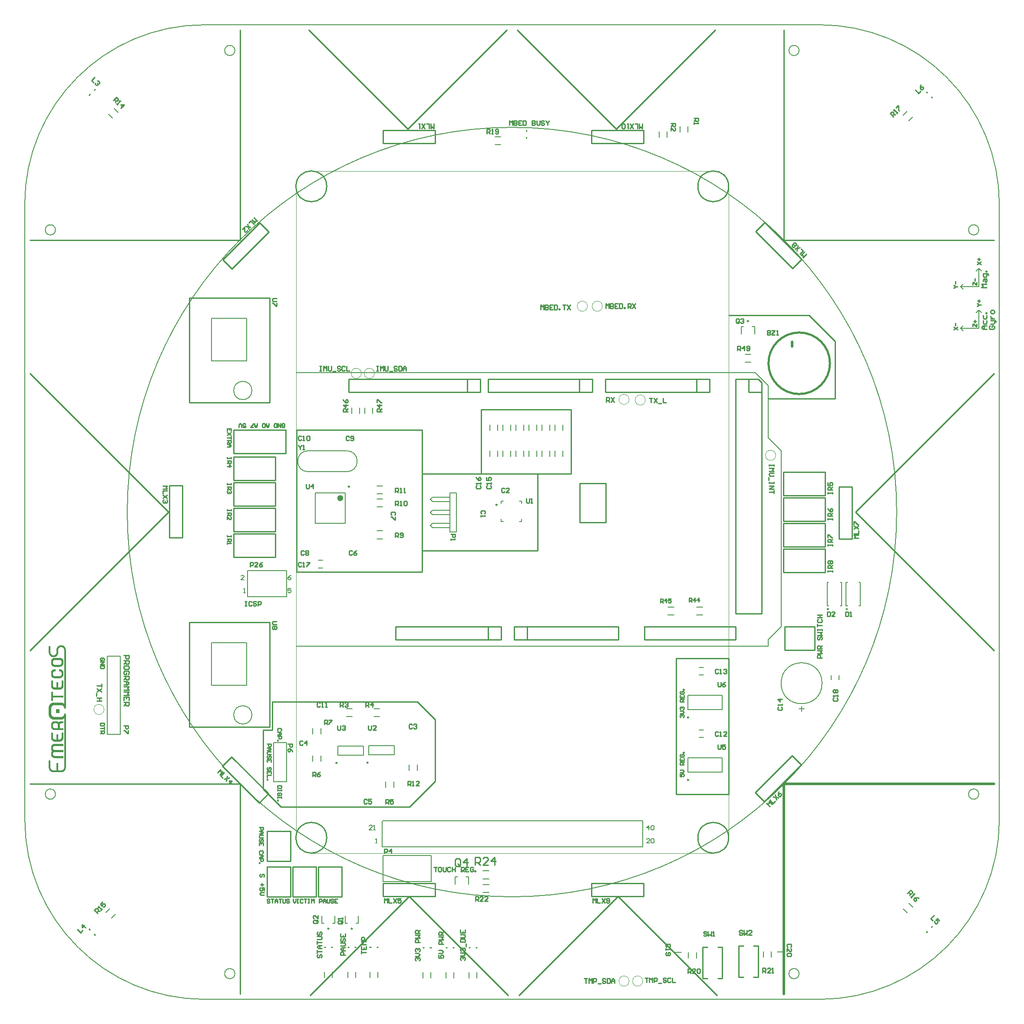
<source format=gto>
%FSLAX23Y23*%
%MOIN*%
G70*
G01*
G75*
G04 Layer_Color=65535*
%ADD10C,0.008*%
%ADD11C,0.059*%
%ADD12R,0.035X0.037*%
%ADD13R,0.035X0.037*%
%ADD14R,0.045X0.069*%
%ADD15R,0.055X0.047*%
%ADD16R,0.055X0.043*%
%ADD17O,0.024X0.087*%
%ADD18R,0.039X0.094*%
%ADD19R,0.130X0.094*%
%ADD20O,0.065X0.022*%
%ADD21O,0.022X0.065*%
%ADD22R,0.043X0.055*%
%ADD23R,0.043X0.067*%
%ADD24R,0.067X0.043*%
%ADD25R,0.050X0.100*%
%ADD26R,0.057X0.094*%
%ADD27R,0.069X0.045*%
G04:AMPARAMS|DCode=28|XSize=69mil|YSize=45mil|CornerRadius=0mil|HoleSize=0mil|Usage=FLASHONLY|Rotation=225.000|XOffset=0mil|YOffset=0mil|HoleType=Round|Shape=Rectangle|*
%AMROTATEDRECTD28*
4,1,4,0.008,0.040,0.040,0.008,-0.008,-0.040,-0.040,-0.008,0.008,0.040,0.0*
%
%ADD28ROTATEDRECTD28*%

G04:AMPARAMS|DCode=29|XSize=69mil|YSize=45mil|CornerRadius=0mil|HoleSize=0mil|Usage=FLASHONLY|Rotation=315.000|XOffset=0mil|YOffset=0mil|HoleType=Round|Shape=Rectangle|*
%AMROTATEDRECTD29*
4,1,4,-0.040,0.008,-0.008,0.040,0.040,-0.008,0.008,-0.040,-0.040,0.008,0.0*
%
%ADD29ROTATEDRECTD29*%

%ADD30R,0.047X0.047*%
%ADD31R,0.047X0.047*%
G04:AMPARAMS|DCode=32|XSize=47mil|YSize=47mil|CornerRadius=0mil|HoleSize=0mil|Usage=FLASHONLY|Rotation=225.000|XOffset=0mil|YOffset=0mil|HoleType=Round|Shape=Rectangle|*
%AMROTATEDRECTD32*
4,1,4,0.000,0.033,0.033,0.000,0.000,-0.033,-0.033,0.000,0.000,0.033,0.0*
%
%ADD32ROTATEDRECTD32*%

G04:AMPARAMS|DCode=33|XSize=47mil|YSize=47mil|CornerRadius=0mil|HoleSize=0mil|Usage=FLASHONLY|Rotation=315.000|XOffset=0mil|YOffset=0mil|HoleType=Round|Shape=Rectangle|*
%AMROTATEDRECTD33*
4,1,4,-0.033,0.000,0.000,0.033,0.033,0.000,0.000,-0.033,-0.033,0.000,0.0*
%
%ADD33ROTATEDRECTD33*%

%ADD34O,0.022X0.010*%
%ADD35O,0.010X0.022*%
%ADD36C,0.010*%
%ADD37C,0.012*%
%ADD38C,0.009*%
%ADD39C,0.020*%
%ADD40C,0.030*%
%ADD41C,0.005*%
%ADD42R,0.047X0.047*%
%ADD43C,0.047*%
%ADD44C,0.060*%
%ADD45C,0.063*%
%ADD46R,0.060X0.060*%
%ADD47R,0.059X0.059*%
%ADD48R,0.059X0.059*%
%ADD49C,0.051*%
%ADD50C,0.039*%
%ADD51R,0.047X0.047*%
%ADD52O,0.100X0.050*%
%ADD53R,0.100X0.050*%
%ADD54C,0.031*%
%ADD55C,0.024*%
%ADD56C,0.026*%
%ADD57C,0.004*%
%ADD58C,0.010*%
%ADD59C,0.008*%
%ADD60C,0.024*%
%ADD61C,0.016*%
%ADD62C,0.001*%
%ADD63C,0.020*%
%ADD64C,0.006*%
D10*
X-1697Y-485D02*
X-1708Y-491D01*
X-1720Y-503D01*
Y-514D01*
X-1714Y-520D01*
X-1703D01*
X-1697Y-514D01*
Y-508D01*
X-1703Y-503D01*
X-1720D01*
X-1697Y-585D02*
X-1720D01*
Y-603D01*
X-1708Y-597D01*
X-1703D01*
X-1697Y-603D01*
Y-614D01*
X-1703Y-620D01*
X-1714D01*
X-1720Y-614D01*
X-2057Y-520D02*
X-2080D01*
X-2057Y-497D01*
Y-491D01*
X-2063Y-485D01*
X-2074D01*
X-2080Y-491D01*
X-2060Y-620D02*
X-2048D01*
X-2054D01*
Y-585D01*
X-2060Y-591D01*
X1056Y-2541D02*
X1033D01*
X1056Y-2518D01*
Y-2512D01*
X1050Y-2506D01*
X1039D01*
X1033Y-2512D01*
X1068D02*
X1074Y-2506D01*
X1085D01*
X1091Y-2512D01*
Y-2535D01*
X1085Y-2541D01*
X1074D01*
X1068Y-2535D01*
Y-2512D01*
X1050Y-2441D02*
Y-2406D01*
X1033Y-2424D01*
X1056D01*
X1068Y-2412D02*
X1074Y-2406D01*
X1085D01*
X1091Y-2412D01*
Y-2435D01*
X1085Y-2441D01*
X1074D01*
X1068Y-2435D01*
Y-2412D01*
X-1073Y-2439D02*
X-1096D01*
X-1073Y-2415D01*
Y-2409D01*
X-1079Y-2404D01*
X-1091D01*
X-1096Y-2409D01*
X-1062Y-2439D02*
X-1050D01*
X-1056D01*
Y-2404D01*
X-1062Y-2409D01*
X-1047Y-2541D02*
X-1036D01*
X-1041D01*
Y-2506D01*
X-1047Y-2512D01*
D36*
X-1422Y-2500D02*
G03*
X-1422Y-2500I-118J0D01*
G01*
X1663Y-2500D02*
G03*
X1663Y-2500I-118J0D01*
G01*
X-1422Y2500D02*
G03*
X-1422Y2500I-118J0D01*
G01*
X1663D02*
G03*
X1663Y2500I-118J0D01*
G01*
X-2135Y450D02*
X-1735D01*
Y630D01*
X-2135D02*
X-1735D01*
X-2135Y450D02*
Y630D01*
X1016Y-980D02*
Y-880D01*
Y-980D02*
X1716D01*
X1015Y-880D02*
X1716D01*
X721Y-80D02*
Y220D01*
X521Y-80D02*
Y220D01*
X721D01*
X521Y-80D02*
X721D01*
X1716Y-780D02*
Y1020D01*
Y-980D02*
Y-880D01*
X116Y-980D02*
Y-880D01*
X16Y-980D02*
X816D01*
Y-880D01*
X16D02*
X816D01*
X16Y-980D02*
Y-880D01*
X1416Y920D02*
Y1020D01*
X716D02*
X1516D01*
X716Y920D02*
Y1020D01*
Y920D02*
X1516D01*
Y1020D01*
X-84Y-980D02*
Y-930D01*
X-184Y-980D02*
X-84D01*
X-894Y-880D02*
X-184D01*
X-894Y-980D02*
Y-880D01*
Y-980D02*
X-184D01*
Y-880D01*
X-84D01*
Y-930D02*
Y-880D01*
X-344Y920D02*
Y1020D01*
X-1254D02*
X-244D01*
X-1254Y920D02*
Y1020D01*
Y920D02*
X-244D01*
Y1020D01*
X516Y920D02*
Y1020D01*
X-184D02*
X616D01*
X-184Y920D02*
Y1020D01*
Y920D02*
X616D01*
Y1020D01*
X1716Y-780D02*
X1916D01*
X1816Y920D02*
X1916D01*
X1816D02*
Y1020D01*
X1716D02*
X1891D01*
X1916Y995D01*
Y-780D02*
Y995D01*
X-1909Y-1673D02*
X-1841D01*
X-1909Y-1732D02*
Y-1673D01*
X-1841Y-1457D02*
X-1555D01*
X-1841Y-1673D02*
Y-1457D01*
X-1555D02*
X-728D01*
X-1909Y-2126D02*
Y-1732D01*
X-1772Y-2264D02*
X-787D01*
X-591Y-2067D01*
Y-1594D01*
X-728Y-1457D02*
X-591Y-1594D01*
X-236Y295D02*
Y787D01*
X453D01*
Y295D02*
Y787D01*
X-197Y295D02*
X453D01*
X-1909Y-2126D02*
X-1772Y-2264D01*
X1260Y-1122D02*
X1665D01*
Y-2165D02*
Y-1122D01*
X1260Y-2165D02*
X1665D01*
X1260D02*
Y-1122D01*
X-1654Y-460D02*
Y630D01*
Y-460D02*
X-689D01*
Y630D01*
X-1654D02*
X-689D01*
Y-295D02*
Y295D01*
Y-295D02*
X197D01*
Y295D01*
X-689D02*
X197D01*
X2638Y0D02*
X3701Y1063D01*
X2638Y0D02*
X3701Y-1063D01*
X-3701Y-2087D02*
X-2087D01*
Y-3701D02*
Y-2087D01*
X-3701Y-1063D02*
X-2638Y0D01*
X-3701Y1063D02*
X-2638Y0D01*
X-3701Y2087D02*
X-2087D01*
Y3701D01*
X-1560Y3700D02*
X-800Y2940D01*
X-40Y3700D01*
X2087Y2087D02*
Y3701D01*
Y2087D02*
X3701D01*
X800Y2940D02*
X1560Y3700D01*
X40D02*
X800Y2940D01*
X55Y-3710D02*
X815Y-2950D01*
X1575Y-3710D01*
X-1550D02*
X-790Y-2950D01*
X-30Y-3710D01*
X1970Y870D02*
X2480D01*
Y1310D01*
X2280Y1510D02*
X2480Y1310D01*
X1664Y1510D02*
X2280D01*
X1740Y-3571D02*
Y-3330D01*
X1890Y-3571D02*
Y-3330D01*
X1854D02*
X1890D01*
X1854Y-3571D02*
X1890D01*
X1740D02*
X1776D01*
X1740Y-3330D02*
X1776D01*
X1465Y-3579D02*
Y-3339D01*
X1615Y-3579D02*
Y-3339D01*
X1579D02*
X1615D01*
X1579Y-3579D02*
X1615D01*
X1465D02*
X1501D01*
X1465Y-3339D02*
X1501D01*
X-990Y2830D02*
X-590D01*
X-990D02*
Y2930D01*
X-590D01*
Y2830D02*
Y2930D01*
X-2149Y1867D02*
X-1866Y2150D01*
X-2220Y1937D02*
X-2149Y1867D01*
X-2220Y1937D02*
X-1937Y2220D01*
X-1866Y2150D01*
X-2530Y-195D02*
Y205D01*
X-2630Y-195D02*
X-2530D01*
X-2630D02*
Y205D01*
X-2530D01*
X-2154Y-1878D02*
X-1871Y-2161D01*
X-1941Y-2232D02*
X-1871Y-2161D01*
X-2224Y-1949D02*
X-1941Y-2232D01*
X-2224Y-1949D02*
X-2154Y-1878D01*
X-990Y-2850D02*
X-590D01*
Y-2950D02*
Y-2850D01*
X-990Y-2950D02*
X-590D01*
X-990D02*
Y-2850D01*
X1866Y-2154D02*
X2149Y-1871D01*
X2220Y-1941D01*
X1937Y-2224D02*
X2220Y-1941D01*
X1866Y-2154D02*
X1937Y-2224D01*
X2509Y-207D02*
Y193D01*
X2609D01*
Y-207D02*
Y193D01*
X2509Y-207D02*
X2609D01*
X1871Y2153D02*
X2154Y1870D01*
X1871Y2153D02*
X1941Y2224D01*
X2224Y1941D01*
X2154Y1870D02*
X2224Y1941D01*
X610Y-2850D02*
X1010D01*
Y-2950D02*
Y-2850D01*
X610Y-2950D02*
X1010D01*
X610D02*
Y-2850D01*
Y2830D02*
X1010D01*
X610D02*
Y2930D01*
X1010D01*
Y2830D02*
Y2930D01*
X-2136Y-346D02*
Y-166D01*
X-1816D01*
Y-346D02*
Y-166D01*
X-2136Y-346D02*
X-1816D01*
X-2136Y-149D02*
Y31D01*
X-1816D01*
Y-149D02*
Y31D01*
X-2136Y-149D02*
X-1816D01*
X-2136Y48D02*
Y228D01*
X-1816D01*
Y48D02*
Y228D01*
X-2136Y48D02*
X-1816D01*
X-2136Y245D02*
Y425D01*
X-1816D01*
Y245D02*
Y425D01*
X-2136Y245D02*
X-1816D01*
X2405Y126D02*
Y306D01*
X2085Y126D02*
X2405D01*
X2085D02*
Y306D01*
X2405D01*
Y-71D02*
Y109D01*
X2085Y-71D02*
X2405D01*
X2085D02*
Y109D01*
X2405D01*
Y-267D02*
Y-87D01*
X2085Y-267D02*
X2405D01*
X2085D02*
Y-87D01*
X2405D01*
Y-464D02*
Y-284D01*
X2085Y-464D02*
X2405D01*
X2085D02*
Y-284D01*
X2405D01*
X-1881Y-2679D02*
Y-2449D01*
Y-2679D02*
X-1701D01*
Y-2449D01*
X-1881D02*
X-1701D01*
X-1487Y-2724D02*
X-1307D01*
Y-2954D02*
Y-2724D01*
X-1487Y-2954D02*
X-1307D01*
X-1487D02*
Y-2724D01*
X-1684D02*
X-1504D01*
Y-2954D02*
Y-2724D01*
X-1684Y-2954D02*
X-1504D01*
X-1684D02*
Y-2724D01*
X-1881D02*
X-1701D01*
Y-2954D02*
Y-2724D01*
X-1881Y-2954D02*
X-1701D01*
X-1881D02*
Y-2724D01*
X2325Y-1060D02*
Y-880D01*
X2095Y-1060D02*
X2325D01*
X2095D02*
Y-880D01*
X2325D01*
X-331Y-3342D02*
X-324D01*
X-276D02*
X-269D01*
X111Y2869D02*
Y2876D01*
Y2924D02*
Y2931D01*
X-1206Y-3341D02*
X-1199D01*
X-1261D02*
X-1254D01*
X-3206Y-3239D02*
X-3200Y-3245D01*
X-3245Y-3200D02*
X-3239Y-3206D01*
X3180Y3225D02*
X3186Y3219D01*
X3219Y3186D02*
X3225Y3180D01*
X3219Y-3186D02*
X3225Y-3180D01*
X3180Y-3225D02*
X3186Y-3219D01*
X-1441Y-3341D02*
X-1434D01*
X-1386D02*
X-1379D01*
X-3245Y3200D02*
X-3239Y3206D01*
X-3206Y3239D02*
X-3200Y3245D01*
X-1092Y-3341D02*
X-1084D01*
X-1037D02*
X-1029D01*
X-684Y-3342D02*
X-676D01*
X-629D02*
X-621D01*
X-508D02*
X-500D01*
X-453D02*
X-445D01*
X-2475Y-1650D02*
Y-845D01*
Y-1650D02*
X-1860D01*
Y-845D01*
X-2475D02*
X-1860D01*
X-2475Y1645D02*
X-1860D01*
Y840D02*
Y1645D01*
X-2475Y840D02*
X-1860D01*
X-2475D02*
Y1645D01*
X1055Y875D02*
X1078D01*
X1067D01*
Y840D01*
X1090Y875D02*
X1113Y840D01*
Y875D02*
X1090Y840D01*
X1125Y834D02*
X1148D01*
X1160Y875D02*
Y840D01*
X1183D01*
X-3150Y-1320D02*
Y-1343D01*
Y-1332D01*
X-3185D01*
X-3150Y-1355D02*
X-3185Y-1378D01*
X-3150D02*
X-3185Y-1355D01*
X-3191Y-1390D02*
Y-1413D01*
X-3150Y-1425D02*
X-3185D01*
X-3168D01*
Y-1448D01*
X-3150D01*
X-3185D01*
X555Y-3580D02*
X578D01*
X567D01*
Y-3615D01*
X590D02*
Y-3580D01*
X602Y-3592D01*
X613Y-3580D01*
Y-3615D01*
X625D02*
Y-3580D01*
X642D01*
X648Y-3586D01*
Y-3598D01*
X642Y-3603D01*
X625D01*
X660Y-3621D02*
X683D01*
X718Y-3586D02*
X712Y-3580D01*
X701D01*
X695Y-3586D01*
Y-3592D01*
X701Y-3598D01*
X712D01*
X718Y-3603D01*
Y-3609D01*
X712Y-3615D01*
X701D01*
X695Y-3609D01*
X730Y-3580D02*
Y-3615D01*
X747D01*
X753Y-3609D01*
Y-3586D01*
X747Y-3580D01*
X730D01*
X765Y-3615D02*
Y-3592D01*
X777Y-3580D01*
X788Y-3592D01*
Y-3615D01*
Y-3598D01*
X765D01*
X1020Y-3575D02*
X1043D01*
X1032D01*
Y-3610D01*
X1055D02*
Y-3575D01*
X1067Y-3587D01*
X1078Y-3575D01*
Y-3610D01*
X1090D02*
Y-3575D01*
X1107D01*
X1113Y-3581D01*
Y-3593D01*
X1107Y-3598D01*
X1090D01*
X1125Y-3616D02*
X1148D01*
X1183Y-3581D02*
X1177Y-3575D01*
X1166D01*
X1160Y-3581D01*
Y-3587D01*
X1166Y-3593D01*
X1177D01*
X1183Y-3598D01*
Y-3604D01*
X1177Y-3610D01*
X1166D01*
X1160Y-3604D01*
X1218Y-3581D02*
X1212Y-3575D01*
X1201D01*
X1195Y-3581D01*
Y-3604D01*
X1201Y-3610D01*
X1212D01*
X1218Y-3604D01*
X1230Y-3575D02*
Y-3610D01*
X1253D01*
X725Y845D02*
Y880D01*
X742D01*
X748Y874D01*
Y862D01*
X742Y857D01*
X725D01*
X737D02*
X748Y845D01*
X760Y880D02*
X783Y845D01*
Y880D02*
X760Y845D01*
X-1040Y1120D02*
X-1028D01*
X-1034D01*
Y1085D01*
X-1040D01*
X-1028D01*
X-1011D02*
Y1120D01*
X-999Y1108D01*
X-988Y1120D01*
Y1085D01*
X-976Y1120D02*
Y1091D01*
X-970Y1085D01*
X-958D01*
X-953Y1091D01*
Y1120D01*
X-941Y1079D02*
X-918D01*
X-883Y1114D02*
X-888Y1120D01*
X-900D01*
X-906Y1114D01*
Y1108D01*
X-900Y1102D01*
X-888D01*
X-883Y1097D01*
Y1091D01*
X-888Y1085D01*
X-900D01*
X-906Y1091D01*
X-871Y1120D02*
Y1085D01*
X-853D01*
X-848Y1091D01*
Y1114D01*
X-853Y1120D01*
X-871D01*
X-836Y1085D02*
Y1108D01*
X-824Y1120D01*
X-813Y1108D01*
Y1085D01*
Y1102D01*
X-836D01*
X-1475Y1120D02*
X-1463D01*
X-1469D01*
Y1085D01*
X-1475D01*
X-1463D01*
X-1446D02*
Y1120D01*
X-1434Y1108D01*
X-1423Y1120D01*
Y1085D01*
X-1411Y1120D02*
Y1091D01*
X-1405Y1085D01*
X-1393D01*
X-1388Y1091D01*
Y1120D01*
X-1376Y1079D02*
X-1353D01*
X-1318Y1114D02*
X-1323Y1120D01*
X-1335D01*
X-1341Y1114D01*
Y1108D01*
X-1335Y1102D01*
X-1323D01*
X-1318Y1097D01*
Y1091D01*
X-1323Y1085D01*
X-1335D01*
X-1341Y1091D01*
X-1283Y1114D02*
X-1288Y1120D01*
X-1300D01*
X-1306Y1114D01*
Y1091D01*
X-1300Y1085D01*
X-1288D01*
X-1283Y1091D01*
X-1271Y1120D02*
Y1085D01*
X-1248D01*
X2010Y365D02*
Y353D01*
Y359D01*
X1975D01*
Y365D01*
Y353D01*
Y336D02*
X2010D01*
X1998Y324D01*
X2010Y313D01*
X1975D01*
X2010Y301D02*
X1981D01*
X1975Y295D01*
Y283D01*
X1981Y278D01*
X2010D01*
X1969Y266D02*
Y243D01*
X2010Y231D02*
Y219D01*
Y225D01*
X1975D01*
Y231D01*
Y219D01*
Y202D02*
X2010D01*
X1975Y178D01*
X2010D01*
Y167D02*
Y143D01*
Y155D01*
X1975D01*
X-395Y-2709D02*
Y-2669D01*
X-405Y-2659D01*
X-425D01*
X-435Y-2669D01*
Y-2709D01*
X-425Y-2718D01*
X-405D01*
X-415Y-2699D02*
X-395Y-2718D01*
X-405D02*
X-395Y-2709D01*
X-345Y-2718D02*
Y-2659D01*
X-375Y-2689D01*
X-335D01*
X-283Y-2708D02*
Y-2649D01*
X-254D01*
X-244Y-2659D01*
Y-2679D01*
X-254Y-2689D01*
X-283D01*
X-264D02*
X-244Y-2708D01*
X-184D02*
X-224D01*
X-184Y-2669D01*
Y-2659D01*
X-194Y-2649D01*
X-214D01*
X-224Y-2659D01*
X-134Y-2708D02*
Y-2649D01*
X-164Y-2679D01*
X-124D01*
X2139Y-3338D02*
X2145Y-3332D01*
Y-3321D01*
X2139Y-3315D01*
X2116D01*
X2110Y-3321D01*
Y-3332D01*
X2116Y-3338D01*
X2110Y-3373D02*
Y-3350D01*
X2133Y-3373D01*
X2139D01*
X2145Y-3367D01*
Y-3356D01*
X2139Y-3350D01*
Y-3385D02*
X2145Y-3391D01*
Y-3402D01*
X2139Y-3408D01*
X2116D01*
X2110Y-3402D01*
Y-3391D01*
X2116Y-3385D01*
X2139D01*
X1209Y-3338D02*
X1215Y-3332D01*
Y-3321D01*
X1209Y-3315D01*
X1186D01*
X1180Y-3321D01*
Y-3332D01*
X1186Y-3338D01*
X1180Y-3350D02*
Y-3362D01*
Y-3356D01*
X1215D01*
X1209Y-3350D01*
X1186Y-3379D02*
X1180Y-3385D01*
Y-3397D01*
X1186Y-3402D01*
X1209D01*
X1215Y-3397D01*
Y-3385D01*
X1209Y-3379D01*
X1203D01*
X1197Y-3385D01*
Y-3402D01*
X-389Y-3440D02*
X-395Y-3434D01*
Y-3423D01*
X-389Y-3417D01*
X-383D01*
X-377Y-3423D01*
Y-3428D01*
Y-3423D01*
X-372Y-3417D01*
X-366D01*
X-360Y-3423D01*
Y-3434D01*
X-366Y-3440D01*
X-395Y-3405D02*
X-372D01*
X-360Y-3393D01*
X-372Y-3382D01*
X-395D01*
X-389Y-3370D02*
X-395Y-3364D01*
Y-3353D01*
X-389Y-3347D01*
X-383D01*
X-377Y-3353D01*
Y-3358D01*
Y-3353D01*
X-372Y-3347D01*
X-366D01*
X-360Y-3353D01*
Y-3364D01*
X-366Y-3370D01*
X-354Y-3335D02*
Y-3312D01*
X-395Y-3300D02*
X-360D01*
Y-3283D01*
X-366Y-3277D01*
X-389D01*
X-395Y-3283D01*
Y-3300D01*
Y-3265D02*
X-366D01*
X-360Y-3259D01*
Y-3248D01*
X-366Y-3242D01*
X-395D01*
Y-3207D02*
Y-3230D01*
X-360D01*
Y-3207D01*
X-377Y-3230D02*
Y-3218D01*
X-2010Y-420D02*
Y-385D01*
X-1993D01*
X-1987Y-391D01*
Y-403D01*
X-1993Y-408D01*
X-2010D01*
X-1952Y-420D02*
X-1975D01*
X-1952Y-397D01*
Y-391D01*
X-1958Y-385D01*
X-1969D01*
X-1975Y-391D01*
X-1917Y-385D02*
X-1928Y-391D01*
X-1940Y-403D01*
Y-414D01*
X-1934Y-420D01*
X-1923D01*
X-1917Y-414D01*
Y-408D01*
X-1923Y-403D01*
X-1940D01*
X-1000Y770D02*
X-1035D01*
Y787D01*
X-1029Y793D01*
X-1017D01*
X-1012Y787D01*
Y770D01*
Y782D02*
X-1000Y793D01*
Y822D02*
X-1035D01*
X-1017Y805D01*
Y828D01*
X-1035Y840D02*
Y863D01*
X-1029D01*
X-1006Y840D01*
X-1000D01*
X-1260Y770D02*
X-1295D01*
Y787D01*
X-1289Y793D01*
X-1277D01*
X-1272Y787D01*
Y770D01*
Y782D02*
X-1260Y793D01*
Y822D02*
X-1295D01*
X-1277Y805D01*
Y828D01*
X-1295Y863D02*
X-1289Y852D01*
X-1277Y840D01*
X-1266D01*
X-1260Y846D01*
Y857D01*
X-1266Y863D01*
X-1272D01*
X-1277Y857D01*
Y840D01*
X-269Y203D02*
X-275Y197D01*
Y186D01*
X-269Y180D01*
X-246D01*
X-240Y186D01*
Y197D01*
X-246Y203D01*
X-240Y215D02*
Y227D01*
Y221D01*
X-275D01*
X-269Y215D01*
X-275Y267D02*
X-269Y256D01*
X-257Y244D01*
X-246D01*
X-240Y250D01*
Y262D01*
X-246Y267D01*
X-252D01*
X-257Y262D01*
Y244D01*
X-189Y203D02*
X-195Y197D01*
Y186D01*
X-189Y180D01*
X-166D01*
X-160Y186D01*
Y197D01*
X-166Y203D01*
X-160Y215D02*
Y227D01*
Y221D01*
X-195D01*
X-189Y215D01*
X-195Y267D02*
Y244D01*
X-177D01*
X-183Y256D01*
Y262D01*
X-177Y267D01*
X-166D01*
X-160Y262D01*
Y250D01*
X-166Y244D01*
X2045Y-1496D02*
X2039Y-1502D01*
Y-1513D01*
X2045Y-1519D01*
X2068D01*
X2074Y-1513D01*
Y-1502D01*
X2068Y-1496D01*
X2074Y-1484D02*
Y-1472D01*
Y-1478D01*
X2039D01*
X2045Y-1484D01*
X2074Y-1437D02*
X2039D01*
X2057Y-1455D01*
Y-1432D01*
X1360Y-690D02*
Y-660D01*
X1375D01*
X1380Y-665D01*
Y-675D01*
X1375Y-680D01*
X1360D01*
X1370D02*
X1380Y-690D01*
X1405D02*
Y-660D01*
X1390Y-675D01*
X1410D01*
X1435Y-690D02*
Y-660D01*
X1420Y-675D01*
X1440D01*
X1140Y-695D02*
Y-665D01*
X1155D01*
X1160Y-670D01*
Y-680D01*
X1155Y-685D01*
X1140D01*
X1150D02*
X1160Y-695D01*
X1185D02*
Y-665D01*
X1170Y-680D01*
X1190D01*
X1220Y-665D02*
X1200D01*
Y-680D01*
X1210Y-675D01*
X1215D01*
X1220Y-680D01*
Y-690D01*
X1215Y-695D01*
X1205D01*
X1200Y-690D01*
X220Y1555D02*
Y1590D01*
X232Y1578D01*
X243Y1590D01*
Y1555D01*
X255Y1590D02*
Y1555D01*
X272D01*
X278Y1561D01*
Y1567D01*
X272Y1572D01*
X255D01*
X272D01*
X278Y1578D01*
Y1584D01*
X272Y1590D01*
X255D01*
X313D02*
X290D01*
Y1555D01*
X313D01*
X290Y1572D02*
X302D01*
X325Y1590D02*
Y1555D01*
X342D01*
X348Y1561D01*
Y1584D01*
X342Y1590D01*
X325D01*
X360Y1555D02*
Y1561D01*
X366D01*
Y1555D01*
X360D01*
X389Y1590D02*
X412D01*
X401D01*
Y1555D01*
X424Y1590D02*
X447Y1555D01*
Y1590D02*
X424Y1555D01*
X720Y1565D02*
Y1600D01*
X732Y1588D01*
X743Y1600D01*
Y1565D01*
X755Y1600D02*
Y1565D01*
X772D01*
X778Y1571D01*
Y1577D01*
X772Y1582D01*
X755D01*
X772D01*
X778Y1588D01*
Y1594D01*
X772Y1600D01*
X755D01*
X813D02*
X790D01*
Y1565D01*
X813D01*
X790Y1582D02*
X802D01*
X825Y1600D02*
Y1565D01*
X842D01*
X848Y1571D01*
Y1594D01*
X842Y1600D01*
X825D01*
X860Y1565D02*
Y1571D01*
X866D01*
Y1565D01*
X860D01*
X889D02*
Y1600D01*
X907D01*
X912Y1594D01*
Y1582D01*
X907Y1577D01*
X889D01*
X901D02*
X912Y1565D01*
X924Y1600D02*
X947Y1565D01*
Y1600D02*
X924Y1565D01*
X-192Y2904D02*
Y2939D01*
X-175D01*
X-169Y2933D01*
Y2921D01*
X-175Y2916D01*
X-192D01*
X-180D02*
X-169Y2904D01*
X-157D02*
X-145D01*
X-151D01*
Y2939D01*
X-157Y2933D01*
X-128Y2910D02*
X-122Y2904D01*
X-110D01*
X-105Y2910D01*
Y2933D01*
X-110Y2939D01*
X-122D01*
X-128Y2933D01*
Y2927D01*
X-122Y2921D01*
X-105D01*
X-980Y-2620D02*
Y-2585D01*
X-963D01*
X-957Y-2591D01*
Y-2603D01*
X-963Y-2608D01*
X-980D01*
X-928Y-2620D02*
Y-2585D01*
X-945Y-2603D01*
X-922D01*
X110Y105D02*
Y76D01*
X116Y70D01*
X127D01*
X133Y76D01*
Y105D01*
X145Y70D02*
X157D01*
X151D01*
Y105D01*
X145Y99D01*
X-800Y-2100D02*
Y-2065D01*
X-783D01*
X-777Y-2071D01*
Y-2083D01*
X-783Y-2088D01*
X-800D01*
X-788D02*
X-777Y-2100D01*
X-765D02*
X-753D01*
X-759D01*
Y-2065D01*
X-765Y-2071D01*
X-713Y-2100D02*
X-736D01*
X-713Y-2077D01*
Y-2071D01*
X-718Y-2065D01*
X-730D01*
X-736Y-2071D01*
X-1440Y-1630D02*
Y-1595D01*
X-1423D01*
X-1417Y-1601D01*
Y-1613D01*
X-1423Y-1618D01*
X-1440D01*
X-1428D02*
X-1417Y-1630D01*
X-1405Y-1595D02*
X-1382D01*
Y-1601D01*
X-1405Y-1624D01*
Y-1630D01*
X-1530Y-2030D02*
Y-1995D01*
X-1513D01*
X-1507Y-2001D01*
Y-2013D01*
X-1513Y-2018D01*
X-1530D01*
X-1518D02*
X-1507Y-2030D01*
X-1472Y-1995D02*
X-1483Y-2001D01*
X-1495Y-2013D01*
Y-2024D01*
X-1489Y-2030D01*
X-1478D01*
X-1472Y-2024D01*
Y-2018D01*
X-1478Y-2013D01*
X-1495D01*
X-970Y-2240D02*
Y-2205D01*
X-953D01*
X-947Y-2211D01*
Y-2223D01*
X-953Y-2228D01*
X-970D01*
X-958D02*
X-947Y-2240D01*
X-912Y-2205D02*
X-935D01*
Y-2223D01*
X-923Y-2217D01*
X-918D01*
X-912Y-2223D01*
Y-2234D01*
X-918Y-2240D01*
X-929D01*
X-935Y-2234D01*
X-1122Y-1496D02*
Y-1461D01*
X-1105D01*
X-1099Y-1467D01*
Y-1479D01*
X-1105Y-1484D01*
X-1122D01*
X-1110D02*
X-1099Y-1496D01*
X-1070D02*
Y-1461D01*
X-1087Y-1479D01*
X-1064D01*
X-1319Y-1496D02*
Y-1461D01*
X-1301D01*
X-1296Y-1467D01*
Y-1479D01*
X-1301Y-1484D01*
X-1319D01*
X-1307D02*
X-1296Y-1496D01*
X-1284Y-1467D02*
X-1278Y-1461D01*
X-1266D01*
X-1261Y-1467D01*
Y-1473D01*
X-1266Y-1479D01*
X-1272D01*
X-1266D01*
X-1261Y-1484D01*
Y-1490D01*
X-1266Y-1496D01*
X-1278D01*
X-1284Y-1490D01*
X1580Y-1305D02*
Y-1334D01*
X1586Y-1340D01*
X1597D01*
X1603Y-1334D01*
Y-1305D01*
X1638D02*
X1627Y-1311D01*
X1615Y-1323D01*
Y-1334D01*
X1621Y-1340D01*
X1632D01*
X1638Y-1334D01*
Y-1328D01*
X1632Y-1323D01*
X1615D01*
X1580Y-1785D02*
Y-1814D01*
X1586Y-1820D01*
X1597D01*
X1603Y-1814D01*
Y-1785D01*
X1638D02*
X1615D01*
Y-1803D01*
X1627Y-1797D01*
X1632D01*
X1638Y-1803D01*
Y-1814D01*
X1632Y-1820D01*
X1621D01*
X1615Y-1814D01*
X-1339Y-1638D02*
Y-1667D01*
X-1333Y-1673D01*
X-1321D01*
X-1315Y-1667D01*
Y-1638D01*
X-1304Y-1644D02*
X-1298Y-1638D01*
X-1286D01*
X-1280Y-1644D01*
Y-1650D01*
X-1286Y-1656D01*
X-1292D01*
X-1286D01*
X-1280Y-1662D01*
Y-1667D01*
X-1286Y-1673D01*
X-1298D01*
X-1304Y-1667D01*
X-1102Y-1638D02*
Y-1667D01*
X-1097Y-1673D01*
X-1085D01*
X-1079Y-1667D01*
Y-1638D01*
X-1044Y-1673D02*
X-1067D01*
X-1044Y-1650D01*
Y-1644D01*
X-1050Y-1638D01*
X-1062D01*
X-1067Y-1644D01*
X-1720Y-1780D02*
X-1685D01*
Y-1797D01*
X-1691Y-1803D01*
X-1703D01*
X-1708Y-1797D01*
Y-1780D01*
X-1685Y-1838D02*
X-1691Y-1827D01*
X-1703Y-1815D01*
X-1714D01*
X-1720Y-1821D01*
Y-1832D01*
X-1714Y-1838D01*
X-1708D01*
X-1703Y-1832D01*
Y-1815D01*
X-470Y-170D02*
X-435D01*
Y-187D01*
X-441Y-193D01*
X-453D01*
X-458Y-187D01*
Y-170D01*
X-470Y-205D02*
Y-217D01*
Y-211D01*
X-435D01*
X-441Y-205D01*
X1583Y-1211D02*
X1577Y-1205D01*
X1566D01*
X1560Y-1211D01*
Y-1234D01*
X1566Y-1240D01*
X1577D01*
X1583Y-1234D01*
X1595Y-1240D02*
X1607D01*
X1601D01*
Y-1205D01*
X1595Y-1211D01*
X1624D02*
X1630Y-1205D01*
X1642D01*
X1647Y-1211D01*
Y-1217D01*
X1642Y-1223D01*
X1636D01*
X1642D01*
X1647Y-1228D01*
Y-1234D01*
X1642Y-1240D01*
X1630D01*
X1624Y-1234D01*
X1583Y-1691D02*
X1577Y-1685D01*
X1566D01*
X1560Y-1691D01*
Y-1714D01*
X1566Y-1720D01*
X1577D01*
X1583Y-1714D01*
X1595Y-1720D02*
X1607D01*
X1601D01*
Y-1685D01*
X1595Y-1691D01*
X1647Y-1720D02*
X1624D01*
X1647Y-1697D01*
Y-1691D01*
X1642Y-1685D01*
X1630D01*
X1624Y-1691D01*
X-1473Y-1467D02*
X-1479Y-1461D01*
X-1490D01*
X-1496Y-1467D01*
Y-1490D01*
X-1490Y-1496D01*
X-1479D01*
X-1473Y-1490D01*
X-1461Y-1496D02*
X-1449D01*
X-1455D01*
Y-1461D01*
X-1461Y-1467D01*
X-1432Y-1496D02*
X-1420D01*
X-1426D01*
Y-1461D01*
X-1432Y-1467D01*
X-1114Y-2209D02*
X-1120Y-2204D01*
X-1131D01*
X-1137Y-2209D01*
Y-2233D01*
X-1131Y-2239D01*
X-1120D01*
X-1114Y-2233D01*
X-1079Y-2204D02*
X-1102D01*
Y-2221D01*
X-1091Y-2215D01*
X-1085D01*
X-1079Y-2221D01*
Y-2233D01*
X-1085Y-2239D01*
X-1096D01*
X-1102Y-2233D01*
X-1607Y-1761D02*
X-1613Y-1755D01*
X-1624D01*
X-1630Y-1761D01*
Y-1784D01*
X-1624Y-1790D01*
X-1613D01*
X-1607Y-1784D01*
X-1578Y-1790D02*
Y-1755D01*
X-1595Y-1773D01*
X-1572D01*
X-767Y-1632D02*
X-773Y-1627D01*
X-784D01*
X-790Y-1632D01*
Y-1656D01*
X-784Y-1662D01*
X-773D01*
X-767Y-1656D01*
X-755Y-1632D02*
X-749Y-1627D01*
X-738D01*
X-732Y-1632D01*
Y-1638D01*
X-738Y-1644D01*
X-744D01*
X-738D01*
X-732Y-1650D01*
Y-1656D01*
X-738Y-1662D01*
X-749D01*
X-755Y-1656D01*
X-57Y179D02*
X-63Y185D01*
X-74D01*
X-80Y179D01*
Y156D01*
X-74Y150D01*
X-63D01*
X-57Y156D01*
X-22Y150D02*
X-45D01*
X-22Y173D01*
Y179D01*
X-28Y185D01*
X-39D01*
X-45Y179D01*
X-211Y-13D02*
X-205Y-7D01*
Y4D01*
X-211Y10D01*
X-234D01*
X-240Y4D01*
Y-7D01*
X-234Y-13D01*
X-240Y-25D02*
Y-37D01*
Y-31D01*
X-205D01*
X-211Y-25D01*
X-3336Y-3203D02*
X-3311Y-3228D01*
X-3295Y-3211D01*
X-3274Y-3191D02*
X-3299Y-3166D01*
X-3299Y-3191D01*
X-3282Y-3174D01*
X3096Y3239D02*
X3121Y3215D01*
X3137Y3231D01*
Y3281D02*
X3133Y3268D01*
Y3252D01*
X3141Y3244D01*
X3149D01*
X3158Y3252D01*
X3158Y3260D01*
X3154Y3264D01*
X3145Y3264D01*
X3133Y3252D01*
X3239Y-3096D02*
X3215Y-3121D01*
X3231Y-3137D01*
X3281D02*
X3264Y-3121D01*
X3252Y-3133D01*
X3264Y-3137D01*
X3268Y-3141D01*
Y-3149D01*
X3260Y-3158D01*
X3252Y-3158D01*
X3244Y-3149D01*
Y-3141D01*
X-3204Y3338D02*
X-3228Y3313D01*
X-3212Y3297D01*
X-3183Y3309D02*
X-3175Y3309D01*
X-3166Y3301D01*
Y3293D01*
X-3171Y3288D01*
X-3179D01*
X-3183Y3293D01*
X-3179Y3288D01*
X-3179Y3280D01*
X-3183Y3276D01*
X-3191Y3276D01*
X-3199Y3284D01*
Y3293D01*
X-1496Y-3132D02*
X-1519D01*
X-1525Y-3138D01*
Y-3149D01*
X-1519Y-3155D01*
X-1496D01*
X-1490Y-3149D01*
Y-3138D01*
X-1502Y-3143D02*
X-1490Y-3132D01*
Y-3138D02*
X-1496Y-3132D01*
X-1490Y-3097D02*
Y-3120D01*
X-1513Y-3097D01*
X-1519D01*
X-1525Y-3103D01*
Y-3114D01*
X-1519Y-3120D01*
X-1306Y-3137D02*
X-1329D01*
X-1335Y-3143D01*
Y-3154D01*
X-1329Y-3160D01*
X-1306D01*
X-1300Y-3154D01*
Y-3143D01*
X-1312Y-3148D02*
X-1300Y-3137D01*
Y-3143D02*
X-1306Y-3137D01*
X-1300Y-3125D02*
Y-3113D01*
Y-3119D01*
X-1335D01*
X-1329Y-3125D01*
X1769Y-3217D02*
X1763Y-3211D01*
X1751D01*
X1745Y-3217D01*
Y-3223D01*
X1751Y-3229D01*
X1763D01*
X1769Y-3234D01*
Y-3240D01*
X1763Y-3246D01*
X1751D01*
X1745Y-3240D01*
X1780Y-3211D02*
Y-3246D01*
X1792Y-3234D01*
X1804Y-3246D01*
Y-3211D01*
X1839Y-3246D02*
X1815D01*
X1839Y-3223D01*
Y-3217D01*
X1833Y-3211D01*
X1821D01*
X1815Y-3217D01*
X1494Y-3225D02*
X1488Y-3219D01*
X1476D01*
X1470Y-3225D01*
Y-3231D01*
X1476Y-3237D01*
X1488D01*
X1494Y-3243D01*
Y-3248D01*
X1488Y-3254D01*
X1476D01*
X1470Y-3248D01*
X1505Y-3219D02*
Y-3254D01*
X1517Y-3243D01*
X1529Y-3254D01*
Y-3219D01*
X1540Y-3254D02*
X1552D01*
X1546D01*
Y-3219D01*
X1540Y-3225D01*
X-1227Y-301D02*
X-1233Y-295D01*
X-1244D01*
X-1250Y-301D01*
Y-324D01*
X-1244Y-330D01*
X-1233D01*
X-1227Y-324D01*
X-1192Y-295D02*
X-1203Y-301D01*
X-1215Y-313D01*
Y-324D01*
X-1209Y-330D01*
X-1198D01*
X-1192Y-324D01*
Y-318D01*
X-1198Y-313D01*
X-1215D01*
X-901Y-23D02*
X-895Y-17D01*
Y-6D01*
X-901Y0D01*
X-924D01*
X-930Y-6D01*
Y-17D01*
X-924Y-23D01*
X-895Y-35D02*
Y-58D01*
X-901D01*
X-924Y-35D01*
X-930D01*
X-1597Y-301D02*
X-1603Y-295D01*
X-1614D01*
X-1620Y-301D01*
Y-324D01*
X-1614Y-330D01*
X-1603D01*
X-1597Y-324D01*
X-1585Y-301D02*
X-1579Y-295D01*
X-1568D01*
X-1562Y-301D01*
Y-307D01*
X-1568Y-313D01*
X-1562Y-318D01*
Y-324D01*
X-1568Y-330D01*
X-1579D01*
X-1585Y-324D01*
Y-318D01*
X-1579Y-313D01*
X-1585Y-307D01*
Y-301D01*
X-1579Y-313D02*
X-1568D01*
X-1251Y578D02*
X-1257Y584D01*
X-1268D01*
X-1274Y578D01*
Y555D01*
X-1268Y549D01*
X-1257D01*
X-1251Y555D01*
X-1239D02*
X-1233Y549D01*
X-1222D01*
X-1216Y555D01*
Y578D01*
X-1222Y584D01*
X-1233D01*
X-1239Y578D01*
Y572D01*
X-1233Y566D01*
X-1216D01*
X-1617Y579D02*
X-1623Y585D01*
X-1634D01*
X-1640Y579D01*
Y556D01*
X-1634Y550D01*
X-1623D01*
X-1617Y556D01*
X-1605Y550D02*
X-1593D01*
X-1599D01*
Y585D01*
X-1605Y579D01*
X-1576D02*
X-1570Y585D01*
X-1558D01*
X-1553Y579D01*
Y556D01*
X-1558Y550D01*
X-1570D01*
X-1576Y556D01*
Y579D01*
X-600Y2980D02*
Y2945D01*
X-612Y2957D01*
X-623Y2945D01*
Y2980D01*
X-635Y2945D02*
Y2980D01*
X-658D01*
X-670Y2945D02*
X-693Y2980D01*
Y2945D02*
X-670Y2980D01*
X-705D02*
X-717D01*
X-711D01*
Y2945D01*
X-705Y2951D01*
X-1980Y2260D02*
X-1955Y2235D01*
X-1972D01*
Y2219D01*
X-1996Y2244D01*
X-1980Y2211D02*
X-2005Y2235D01*
X-2021Y2219D01*
X-2005Y2186D02*
X-2046Y2194D01*
X-2021Y2169D02*
X-2029Y2211D01*
X-2071Y2169D02*
X-2054Y2186D01*
Y2153D01*
X-2050Y2149D01*
X-2042D01*
X-2034Y2157D01*
X-2034Y2165D01*
X-2680Y200D02*
X-2645D01*
X-2657Y188D01*
X-2645Y177D01*
X-2680D01*
X-2645Y165D02*
X-2680D01*
Y142D01*
X-2645Y130D02*
X-2680Y107D01*
X-2645D02*
X-2680Y130D01*
X-2651Y95D02*
X-2645Y89D01*
Y78D01*
X-2651Y72D01*
X-2657D01*
X-2663Y78D01*
Y83D01*
Y78D01*
X-2668Y72D01*
X-2674D01*
X-2680Y78D01*
Y89D01*
X-2674Y95D01*
X-2260Y-2000D02*
X-2235Y-1975D01*
Y-1992D01*
X-2219D01*
X-2244Y-2016D01*
X-2211Y-2000D02*
X-2235Y-2025D01*
X-2219Y-2041D01*
X-2186Y-2025D02*
X-2194Y-2066D01*
X-2169Y-2041D02*
X-2211Y-2049D01*
X-2173Y-2087D02*
X-2149Y-2062D01*
X-2173Y-2062D01*
X-2157Y-2078D01*
X-980Y-3000D02*
Y-2965D01*
X-968Y-2977D01*
X-957Y-2965D01*
Y-3000D01*
X-945Y-2965D02*
Y-3000D01*
X-922D01*
X-910Y-2965D02*
X-887Y-3000D01*
Y-2965D02*
X-910Y-3000D01*
X-852Y-2965D02*
X-875D01*
Y-2983D01*
X-863Y-2977D01*
X-858D01*
X-852Y-2983D01*
Y-2994D01*
X-858Y-3000D01*
X-869D01*
X-875Y-2994D01*
X1980Y-2260D02*
X1955Y-2235D01*
X1972D01*
Y-2219D01*
X1996Y-2244D01*
X1980Y-2211D02*
X2005Y-2235D01*
X2021Y-2219D01*
X2005Y-2186D02*
X2046Y-2194D01*
X2021Y-2169D02*
X2029Y-2211D01*
X2046Y-2145D02*
X2042Y-2157D01*
Y-2173D01*
X2050Y-2182D01*
X2058D01*
X2067Y-2173D01*
Y-2165D01*
X2062Y-2161D01*
X2054Y-2161D01*
X2042Y-2173D01*
X2660Y-200D02*
X2625D01*
X2637Y-188D01*
X2625Y-177D01*
X2660D01*
X2625Y-165D02*
X2660D01*
Y-142D01*
X2625Y-130D02*
X2660Y-107D01*
X2625D02*
X2660Y-130D01*
X2625Y-95D02*
Y-72D01*
X2631D01*
X2654Y-95D01*
X2660D01*
X2260Y1980D02*
X2235Y1955D01*
Y1972D01*
X2219D01*
X2244Y1996D01*
X2211Y1980D02*
X2235Y2005D01*
X2219Y2021D01*
X2186Y2005D02*
X2194Y2046D01*
X2169Y2021D02*
X2211Y2029D01*
X2165Y2034D02*
X2157Y2034D01*
X2149Y2042D01*
Y2050D01*
X2153Y2054D01*
X2161D01*
X2161Y2062D01*
X2165Y2067D01*
X2173D01*
X2182Y2058D01*
Y2050D01*
X2178Y2046D01*
X2169D01*
X2169Y2038D01*
X2165Y2034D01*
X2169Y2046D02*
X2161Y2054D01*
X-2980Y-1640D02*
X-2945D01*
Y-1657D01*
X-2951Y-1663D01*
X-2963D01*
X-2968Y-1657D01*
Y-1640D01*
X-2945Y-1675D02*
Y-1698D01*
X-2951D01*
X-2974Y-1675D01*
X-2980D01*
X1396Y3023D02*
X1431D01*
Y3006D01*
X1426Y3000D01*
X1414D01*
X1408Y3006D01*
Y3023D01*
Y3012D02*
X1396Y3000D01*
Y2989D02*
Y2977D01*
Y2983D01*
X1431D01*
X1426Y2989D01*
X1220Y2985D02*
X1255D01*
Y2968D01*
X1249Y2962D01*
X1237D01*
X1232Y2968D01*
Y2985D01*
Y2973D02*
X1220Y2962D01*
Y2927D02*
Y2950D01*
X1243Y2927D01*
X1249D01*
X1255Y2933D01*
Y2944D01*
X1249Y2950D01*
X-895Y-194D02*
Y-159D01*
X-878D01*
X-872Y-165D01*
Y-177D01*
X-878Y-182D01*
X-895D01*
X-883D02*
X-872Y-194D01*
X-860Y-188D02*
X-854Y-194D01*
X-843D01*
X-837Y-188D01*
Y-165D01*
X-843Y-159D01*
X-854D01*
X-860Y-165D01*
Y-171D01*
X-854Y-177D01*
X-837D01*
X-895Y50D02*
Y85D01*
X-878D01*
X-872Y79D01*
Y67D01*
X-878Y62D01*
X-895D01*
X-883D02*
X-872Y50D01*
X-860D02*
X-848D01*
X-854D01*
Y85D01*
X-860Y79D01*
X-831D02*
X-825Y85D01*
X-813D01*
X-808Y79D01*
Y56D01*
X-813Y50D01*
X-825D01*
X-831Y56D01*
Y79D01*
X-895Y150D02*
Y185D01*
X-878D01*
X-872Y179D01*
Y167D01*
X-878Y162D01*
X-895D01*
X-883D02*
X-872Y150D01*
X-860D02*
X-848D01*
X-854D01*
Y185D01*
X-860Y179D01*
X-831Y150D02*
X-819D01*
X-825D01*
Y185D01*
X-831Y179D01*
X-3060Y3160D02*
X-3035Y3185D01*
X-3023Y3172D01*
Y3164D01*
X-3031Y3156D01*
X-3039Y3156D01*
X-3052Y3168D01*
X-3044Y3160D02*
Y3144D01*
X-3035Y3135D02*
X-3027Y3127D01*
X-3031Y3131D01*
X-3006Y3156D01*
X-3015Y3156D01*
X-3002Y3102D02*
X-2978Y3127D01*
X-3002Y3127D01*
X-2986Y3111D01*
X-3180Y-3080D02*
X-3205Y-3055D01*
X-3192Y-3043D01*
X-3184D01*
X-3176Y-3051D01*
X-3176Y-3059D01*
X-3188Y-3072D01*
X-3180Y-3064D02*
X-3164D01*
X-3155Y-3055D02*
X-3147Y-3047D01*
X-3151Y-3051D01*
X-3176Y-3026D01*
X-3176Y-3035D01*
X-3143Y-2993D02*
X-3159Y-3010D01*
X-3147Y-3022D01*
X-3143Y-3010D01*
X-3139Y-3006D01*
X-3131D01*
X-3122Y-3014D01*
X-3122Y-3022D01*
X-3131Y-3031D01*
X-3139D01*
X3035Y-2927D02*
X3060Y-2902D01*
X3072Y-2914D01*
Y-2923D01*
X3064Y-2931D01*
X3056Y-2931D01*
X3043Y-2919D01*
X3052Y-2927D02*
Y-2943D01*
X3060Y-2952D02*
X3068Y-2960D01*
X3064Y-2956D01*
X3089Y-2931D01*
X3080Y-2931D01*
X3122Y-2964D02*
X3109Y-2960D01*
X3093D01*
X3085Y-2968D01*
Y-2976D01*
X3093Y-2985D01*
X3101Y-2985D01*
X3105Y-2980D01*
Y-2972D01*
X3093Y-2960D01*
X2927Y3035D02*
X2902Y3060D01*
X2914Y3072D01*
X2923D01*
X2931Y3064D01*
X2931Y3056D01*
X2919Y3043D01*
X2927Y3052D02*
X2943D01*
X2952Y3060D02*
X2960Y3068D01*
X2956Y3064D01*
X2931Y3089D01*
X2931Y3080D01*
X2947Y3105D02*
X2964Y3122D01*
X2968Y3118D01*
Y3085D01*
X2972Y3080D01*
X1350Y-3540D02*
Y-3505D01*
X1367D01*
X1373Y-3511D01*
Y-3523D01*
X1367Y-3528D01*
X1350D01*
X1362D02*
X1373Y-3540D01*
X1408D02*
X1385D01*
X1408Y-3517D01*
Y-3511D01*
X1402Y-3505D01*
X1391D01*
X1385Y-3511D01*
X1420D02*
X1426Y-3505D01*
X1437D01*
X1443Y-3511D01*
Y-3534D01*
X1437Y-3540D01*
X1426D01*
X1420Y-3534D01*
Y-3511D01*
X1925Y-3535D02*
Y-3500D01*
X1942D01*
X1948Y-3506D01*
Y-3518D01*
X1942Y-3523D01*
X1925D01*
X1937D02*
X1948Y-3535D01*
X1983D02*
X1960D01*
X1983Y-3512D01*
Y-3506D01*
X1977Y-3500D01*
X1966D01*
X1960Y-3506D01*
X1995Y-3535D02*
X2007D01*
X2001D01*
Y-3500D01*
X1995Y-3506D01*
X-1580Y215D02*
Y186D01*
X-1574Y180D01*
X-1563D01*
X-1557Y186D01*
Y215D01*
X-1528Y180D02*
Y215D01*
X-1545Y197D01*
X-1522D01*
X-1805Y1640D02*
X-1834D01*
X-1840Y1634D01*
Y1623D01*
X-1834Y1617D01*
X-1805D01*
Y1605D02*
Y1582D01*
X-1811D01*
X-1834Y1605D01*
X-1840D01*
X-1805Y-840D02*
X-1834D01*
X-1840Y-846D01*
Y-857D01*
X-1834Y-863D01*
X-1805D01*
X-1811Y-875D02*
X-1805Y-881D01*
Y-892D01*
X-1811Y-898D01*
X-1817D01*
X-1823Y-892D01*
X-1828Y-898D01*
X-1834D01*
X-1840Y-892D01*
Y-881D01*
X-1834Y-875D01*
X-1828D01*
X-1823Y-881D01*
X-1817Y-875D01*
X-1811D01*
X-1823Y-881D02*
Y-892D01*
X-1640Y515D02*
Y509D01*
X-1628Y497D01*
X-1617Y509D01*
Y515D01*
X-1628Y497D02*
Y480D01*
X-1605D02*
X-1593D01*
X-1599D01*
Y515D01*
X-1605Y509D01*
X2560Y-765D02*
Y-800D01*
X2577D01*
X2583Y-794D01*
Y-771D01*
X2577Y-765D01*
X2560D01*
X2595Y-800D02*
X2607D01*
X2601D01*
Y-765D01*
X2595Y-771D01*
X2420Y-765D02*
Y-800D01*
X2437D01*
X2443Y-794D01*
Y-771D01*
X2437Y-765D01*
X2420D01*
X2478Y-800D02*
X2455D01*
X2478Y-777D01*
Y-771D01*
X2472Y-765D01*
X2461D01*
X2455Y-771D01*
X620Y-3000D02*
Y-2965D01*
X632Y-2977D01*
X643Y-2965D01*
Y-3000D01*
X655Y-2965D02*
Y-3000D01*
X678D01*
X690Y-2965D02*
X713Y-3000D01*
Y-2965D02*
X690Y-3000D01*
X725Y-2994D02*
X731Y-3000D01*
X742D01*
X748Y-2994D01*
Y-2971D01*
X742Y-2965D01*
X731D01*
X725Y-2971D01*
Y-2977D01*
X731Y-2983D01*
X748D01*
X1000Y2980D02*
Y2945D01*
X988Y2957D01*
X977Y2945D01*
Y2980D01*
X965Y2945D02*
Y2980D01*
X942D01*
X930Y2945D02*
X907Y2980D01*
Y2945D02*
X930Y2980D01*
X895D02*
X883D01*
X889D01*
Y2945D01*
X895Y2951D01*
X866D02*
X860Y2945D01*
X848D01*
X843Y2951D01*
Y2974D01*
X848Y2980D01*
X860D01*
X866Y2974D01*
Y2951D01*
X-1617Y-391D02*
X-1623Y-385D01*
X-1634D01*
X-1640Y-391D01*
Y-414D01*
X-1634Y-420D01*
X-1623D01*
X-1617Y-414D01*
X-1605Y-420D02*
X-1593D01*
X-1599D01*
Y-385D01*
X-1605Y-391D01*
X-1576Y-385D02*
X-1553D01*
Y-391D01*
X-1576Y-414D01*
Y-420D01*
X2471Y-1427D02*
X2465Y-1433D01*
Y-1444D01*
X2471Y-1450D01*
X2494D01*
X2500Y-1444D01*
Y-1433D01*
X2494Y-1427D01*
X2500Y-1415D02*
Y-1403D01*
Y-1409D01*
X2465D01*
X2471Y-1415D01*
Y-1386D02*
X2465Y-1380D01*
Y-1368D01*
X2471Y-1363D01*
X2477D01*
X2483Y-1368D01*
X2488Y-1363D01*
X2494D01*
X2500Y-1368D01*
Y-1380D01*
X2494Y-1386D01*
X2488D01*
X2483Y-1380D01*
X2477Y-1386D01*
X2471D01*
X2483Y-1380D02*
Y-1368D01*
X1960Y1395D02*
Y1360D01*
X1977D01*
X1983Y1366D01*
Y1372D01*
X1977Y1377D01*
X1960D01*
X1977D01*
X1983Y1383D01*
Y1389D01*
X1977Y1395D01*
X1960D01*
X1995D02*
X2018D01*
Y1389D01*
X1995Y1366D01*
Y1360D01*
X2018D01*
X2030D02*
X2042D01*
X2036D01*
Y1395D01*
X2030Y1389D01*
X1743Y1456D02*
Y1479D01*
X1737Y1485D01*
X1726D01*
X1720Y1479D01*
Y1456D01*
X1726Y1450D01*
X1737D01*
X1732Y1462D02*
X1743Y1450D01*
X1737D02*
X1743Y1456D01*
X1755Y1479D02*
X1761Y1485D01*
X1772D01*
X1778Y1479D01*
Y1473D01*
X1772Y1467D01*
X1767D01*
X1772D01*
X1778Y1462D01*
Y1456D01*
X1772Y1450D01*
X1761D01*
X1755Y1456D01*
X1730Y1240D02*
Y1275D01*
X1747D01*
X1753Y1269D01*
Y1257D01*
X1747Y1252D01*
X1730D01*
X1742D02*
X1753Y1240D01*
X1782D02*
Y1275D01*
X1765Y1257D01*
X1788D01*
X1800Y1246D02*
X1806Y1240D01*
X1817D01*
X1823Y1246D01*
Y1269D01*
X1817Y1275D01*
X1806D01*
X1800Y1269D01*
Y1263D01*
X1806Y1257D01*
X1823D01*
X-281Y-2986D02*
Y-2951D01*
X-264D01*
X-258Y-2957D01*
Y-2969D01*
X-264Y-2974D01*
X-281D01*
X-269D02*
X-258Y-2986D01*
X-223D02*
X-246D01*
X-223Y-2963D01*
Y-2957D01*
X-229Y-2951D01*
X-240D01*
X-246Y-2957D01*
X-188Y-2986D02*
X-211D01*
X-188Y-2963D01*
Y-2957D01*
X-194Y-2951D01*
X-205D01*
X-211Y-2957D01*
X-1765Y655D02*
X-1760Y650D01*
X-1750D01*
X-1745Y655D01*
Y675D01*
X-1750Y680D01*
X-1760D01*
X-1765Y675D01*
Y665D01*
X-1755D01*
X-1775Y680D02*
Y650D01*
X-1795Y680D01*
Y650D01*
X-1805D02*
Y680D01*
X-1820D01*
X-1825Y675D01*
Y655D01*
X-1820Y650D01*
X-1805D01*
X-1865Y680D02*
Y660D01*
X-1875Y650D01*
X-1885Y660D01*
Y680D01*
Y665D01*
X-1865D01*
X-1895Y655D02*
X-1900Y650D01*
X-1910D01*
X-1915Y655D01*
Y675D01*
X-1910Y680D01*
X-1900D01*
X-1895Y675D01*
Y655D01*
X-1955Y680D02*
Y660D01*
X-1965Y650D01*
X-1975Y660D01*
Y680D01*
Y665D01*
X-1955D01*
X-1985Y650D02*
X-2005D01*
Y655D01*
X-1985Y675D01*
Y680D01*
X-2065Y650D02*
X-2045D01*
Y665D01*
X-2055Y660D01*
X-2060D01*
X-2065Y665D01*
Y675D01*
X-2060Y680D01*
X-2050D01*
X-2045Y675D01*
X-2075Y650D02*
Y670D01*
X-2085Y680D01*
X-2095Y670D01*
Y650D01*
X-2155Y620D02*
Y640D01*
X-2185D01*
Y620D01*
X-2170Y640D02*
Y630D01*
X-2155Y610D02*
X-2185Y590D01*
X-2155D02*
X-2185Y610D01*
X-2155Y580D02*
Y560D01*
Y570D01*
X-2185D01*
Y550D02*
X-2155D01*
Y535D01*
X-2160Y530D01*
X-2170D01*
X-2175Y535D01*
Y550D01*
Y540D02*
X-2185Y530D01*
Y520D02*
X-2165D01*
X-2155Y510D01*
X-2165Y500D01*
X-2185D01*
X-2170D01*
Y520D01*
X-2050Y-685D02*
X-2038D01*
X-2044D01*
Y-720D01*
X-2050D01*
X-2038D01*
X-1998Y-691D02*
X-2003Y-685D01*
X-2015D01*
X-2021Y-691D01*
Y-714D01*
X-2015Y-720D01*
X-2003D01*
X-1998Y-714D01*
X-1963Y-691D02*
X-1968Y-685D01*
X-1980D01*
X-1986Y-691D01*
Y-697D01*
X-1980Y-703D01*
X-1968D01*
X-1963Y-708D01*
Y-714D01*
X-1968Y-720D01*
X-1980D01*
X-1986Y-714D01*
X-1951Y-720D02*
Y-685D01*
X-1933D01*
X-1928Y-691D01*
Y-703D01*
X-1933Y-708D01*
X-1951D01*
X-1940Y-2420D02*
X-1910D01*
Y-2435D01*
X-1915Y-2440D01*
X-1925D01*
X-1930Y-2435D01*
Y-2420D01*
X-1940Y-2450D02*
X-1920D01*
X-1910Y-2460D01*
X-1920Y-2470D01*
X-1940D01*
X-1925D01*
Y-2450D01*
X-1910Y-2480D02*
X-1935D01*
X-1940Y-2485D01*
Y-2495D01*
X-1935Y-2500D01*
X-1910D01*
X-1915Y-2530D02*
X-1910Y-2525D01*
Y-2515D01*
X-1915Y-2510D01*
X-1920D01*
X-1925Y-2515D01*
Y-2525D01*
X-1930Y-2530D01*
X-1935D01*
X-1940Y-2525D01*
Y-2515D01*
X-1935Y-2510D01*
X-1910Y-2560D02*
Y-2540D01*
X-1940D01*
Y-2560D01*
X-1925Y-2540D02*
Y-2550D01*
X-1915Y-2620D02*
X-1910Y-2615D01*
Y-2605D01*
X-1915Y-2600D01*
X-1935D01*
X-1940Y-2605D01*
Y-2615D01*
X-1935Y-2620D01*
X-1940Y-2630D02*
X-1920D01*
X-1910Y-2640D01*
X-1920Y-2650D01*
X-1940D01*
X-1925D01*
Y-2630D01*
X-1940Y-2660D02*
X-1910D01*
Y-2675D01*
X-1915Y-2680D01*
X-1925D01*
X-1930Y-2675D01*
Y-2660D01*
X-1940Y-2690D02*
X-1935D01*
Y-2695D01*
X-1940D01*
Y-2690D01*
X3570Y1900D02*
X3600Y1920D01*
X3570D02*
X3600Y1900D01*
X3585Y1930D02*
Y1950D01*
X3575Y1940D02*
X3595D01*
X3390Y1720D02*
X3395D01*
X3405Y1730D01*
X3395Y1740D01*
X3390D01*
X3405Y1730D02*
X3420D01*
X3405Y1750D02*
Y1770D01*
X3538Y1743D02*
Y1763D01*
X3543D01*
X3563Y1743D01*
X3568D01*
Y1763D01*
X3553Y1773D02*
Y1793D01*
X3644Y1725D02*
X3604D01*
X3617Y1738D01*
X3604Y1752D01*
X3644D01*
X3617Y1772D02*
Y1785D01*
X3624Y1792D01*
X3644D01*
Y1772D01*
X3637Y1765D01*
X3631Y1772D01*
Y1792D01*
X3657Y1818D02*
Y1825D01*
X3651Y1832D01*
X3617D01*
Y1812D01*
X3624Y1805D01*
X3637D01*
X3644Y1812D01*
Y1832D01*
Y1845D02*
X3637D01*
Y1852D01*
X3644D01*
Y1845D01*
X3669Y1432D02*
X3662Y1425D01*
Y1412D01*
X3669Y1405D01*
X3695D01*
X3702Y1412D01*
Y1425D01*
X3695Y1432D01*
X3682D01*
Y1418D01*
X3675Y1445D02*
X3695D01*
X3702Y1452D01*
Y1472D01*
X3709D01*
X3715Y1465D01*
Y1458D01*
X3702Y1472D02*
X3675D01*
Y1485D02*
X3702D01*
X3689D01*
X3682Y1492D01*
X3675Y1498D01*
Y1505D01*
X3702Y1532D02*
Y1545D01*
X3695Y1552D01*
X3682D01*
X3675Y1545D01*
Y1532D01*
X3682Y1525D01*
X3695D01*
X3702Y1532D01*
X3644Y1405D02*
X3617D01*
X3604Y1418D01*
X3617Y1432D01*
X3644D01*
X3624D01*
Y1405D01*
X3617Y1472D02*
Y1452D01*
X3624Y1445D01*
X3637D01*
X3644Y1452D01*
Y1472D01*
X3617Y1512D02*
Y1492D01*
X3624Y1485D01*
X3637D01*
X3644Y1492D01*
Y1512D01*
Y1525D02*
X3637D01*
Y1532D01*
X3644D01*
Y1525D01*
X3538Y1423D02*
Y1443D01*
X3543D01*
X3563Y1423D01*
X3568D01*
Y1443D01*
X3553Y1453D02*
Y1473D01*
X3543Y1463D02*
X3563D01*
X3390Y1400D02*
X3420Y1420D01*
X3390D02*
X3420Y1400D01*
X3405Y1430D02*
Y1450D01*
X3570Y1580D02*
X3575D01*
X3585Y1590D01*
X3575Y1600D01*
X3570D01*
X3585Y1590D02*
X3600D01*
X3585Y1610D02*
Y1630D01*
X3575Y1620D02*
X3595D01*
X-3130Y-1620D02*
X-3160D01*
Y-1635D01*
X-3155Y-1640D01*
X-3135D01*
X-3130Y-1635D01*
Y-1620D01*
Y-1650D02*
Y-1670D01*
Y-1660D01*
X-3160D01*
Y-1680D02*
X-3130D01*
Y-1695D01*
X-3135Y-1700D01*
X-3145D01*
X-3150Y-1695D01*
Y-1680D01*
Y-1690D02*
X-3160Y-1700D01*
X-3135Y-1140D02*
X-3130Y-1135D01*
Y-1125D01*
X-3135Y-1120D01*
X-3155D01*
X-3160Y-1125D01*
Y-1135D01*
X-3155Y-1140D01*
X-3145D01*
Y-1130D01*
X-3160Y-1150D02*
X-3130D01*
X-3160Y-1170D01*
X-3130D01*
Y-1180D02*
X-3160D01*
Y-1195D01*
X-3155Y-1200D01*
X-3135D01*
X-3130Y-1195D01*
Y-1180D01*
X-2980Y-1100D02*
X-2940D01*
Y-1120D01*
X-2947Y-1127D01*
X-2960D01*
X-2967Y-1120D01*
Y-1100D01*
X-2980Y-1140D02*
X-2940D01*
Y-1160D01*
X-2947Y-1167D01*
X-2960D01*
X-2967Y-1160D01*
Y-1140D01*
Y-1153D02*
X-2980Y-1167D01*
X-2940Y-1200D02*
Y-1187D01*
X-2947Y-1180D01*
X-2973D01*
X-2980Y-1187D01*
Y-1200D01*
X-2973Y-1207D01*
X-2947D01*
X-2940Y-1200D01*
X-2947Y-1247D02*
X-2940Y-1240D01*
Y-1227D01*
X-2947Y-1220D01*
X-2973D01*
X-2980Y-1227D01*
Y-1240D01*
X-2973Y-1247D01*
X-2960D01*
Y-1233D01*
X-2980Y-1260D02*
X-2940D01*
Y-1280D01*
X-2947Y-1287D01*
X-2960D01*
X-2967Y-1280D01*
Y-1260D01*
Y-1273D02*
X-2980Y-1287D01*
Y-1300D02*
X-2953D01*
X-2940Y-1313D01*
X-2953Y-1327D01*
X-2980D01*
X-2960D01*
Y-1300D01*
X-2980Y-1340D02*
X-2940D01*
X-2953Y-1353D01*
X-2940Y-1367D01*
X-2980D01*
Y-1380D02*
X-2940D01*
X-2953Y-1393D01*
X-2940Y-1407D01*
X-2980D01*
X-2940Y-1447D02*
Y-1420D01*
X-2980D01*
Y-1447D01*
X-2960Y-1420D02*
Y-1433D01*
X-2980Y-1460D02*
X-2940D01*
Y-1480D01*
X-2947Y-1487D01*
X-2960D01*
X-2967Y-1480D01*
Y-1460D01*
Y-1473D02*
X-2980Y-1487D01*
X-1770Y-2100D02*
X-1800D01*
Y-2115D01*
X-1795Y-2120D01*
X-1775D01*
X-1770Y-2115D01*
Y-2100D01*
Y-2130D02*
Y-2140D01*
Y-2135D01*
X-1800D01*
Y-2130D01*
Y-2140D01*
X-1775Y-2175D02*
X-1770Y-2170D01*
Y-2160D01*
X-1775Y-2155D01*
X-1795D01*
X-1800Y-2160D01*
Y-2170D01*
X-1795Y-2175D01*
X-1785D01*
Y-2165D01*
X-1770Y-2185D02*
Y-2195D01*
Y-2190D01*
X-1800D01*
Y-2185D01*
Y-2195D01*
Y-2210D02*
X-1795D01*
Y-2215D01*
X-1800D01*
Y-2210D01*
X-1775Y-1680D02*
X-1770Y-1675D01*
Y-1665D01*
X-1775Y-1660D01*
X-1795D01*
X-1800Y-1665D01*
Y-1675D01*
X-1795Y-1680D01*
X-1800Y-1690D02*
X-1780D01*
X-1770Y-1700D01*
X-1780Y-1710D01*
X-1800D01*
X-1785D01*
Y-1690D01*
X-1800Y-1720D02*
X-1770D01*
Y-1735D01*
X-1775Y-1740D01*
X-1785D01*
X-1790Y-1735D01*
Y-1720D01*
X-1800Y-1750D02*
X-1795D01*
Y-1755D01*
X-1800D01*
Y-1750D01*
X-1880Y-1780D02*
X-1850D01*
Y-1795D01*
X-1855Y-1800D01*
X-1865D01*
X-1870Y-1795D01*
Y-1780D01*
X-1880Y-1810D02*
X-1860D01*
X-1850Y-1820D01*
X-1860Y-1830D01*
X-1880D01*
X-1865D01*
Y-1810D01*
X-1850Y-1840D02*
X-1875D01*
X-1880Y-1845D01*
Y-1855D01*
X-1875Y-1860D01*
X-1850D01*
X-1855Y-1890D02*
X-1850Y-1885D01*
Y-1875D01*
X-1855Y-1870D01*
X-1860D01*
X-1865Y-1875D01*
Y-1885D01*
X-1870Y-1890D01*
X-1875D01*
X-1880Y-1885D01*
Y-1875D01*
X-1875Y-1870D01*
X-1850Y-1920D02*
Y-1900D01*
X-1880D01*
Y-1920D01*
X-1865Y-1900D02*
Y-1910D01*
X-1855Y-1980D02*
X-1850Y-1975D01*
Y-1965D01*
X-1855Y-1960D01*
X-1860D01*
X-1865Y-1965D01*
Y-1975D01*
X-1870Y-1980D01*
X-1875D01*
X-1880Y-1975D01*
Y-1965D01*
X-1875Y-1960D01*
X-1850Y-2010D02*
Y-1990D01*
X-1880D01*
Y-2010D01*
X-1865Y-1990D02*
Y-2000D01*
X-1850Y-2020D02*
X-1880D01*
Y-2040D01*
Y-2050D02*
X-1875D01*
Y-2055D01*
X-1880D01*
Y-2050D01*
X1289Y-2008D02*
Y-2028D01*
X1304D01*
X1299Y-2018D01*
Y-2013D01*
X1304Y-2008D01*
X1314D01*
X1319Y-2013D01*
Y-2023D01*
X1314Y-2028D01*
X1289Y-1998D02*
X1309D01*
X1319Y-1988D01*
X1309Y-1978D01*
X1289D01*
X1319Y-1938D02*
X1289D01*
Y-1923D01*
X1294Y-1918D01*
X1304D01*
X1309Y-1923D01*
Y-1938D01*
Y-1928D02*
X1319Y-1918D01*
X1289Y-1888D02*
Y-1908D01*
X1319D01*
Y-1888D01*
X1304Y-1908D02*
Y-1898D01*
X1294Y-1858D02*
X1289Y-1863D01*
Y-1873D01*
X1294Y-1878D01*
X1314D01*
X1319Y-1873D01*
Y-1863D01*
X1314Y-1858D01*
X1304D01*
Y-1868D01*
X1319Y-1848D02*
X1314D01*
Y-1843D01*
X1319D01*
Y-1848D01*
X1294Y-1575D02*
X1289Y-1570D01*
Y-1560D01*
X1294Y-1555D01*
X1299D01*
X1304Y-1560D01*
Y-1565D01*
Y-1560D01*
X1309Y-1555D01*
X1314D01*
X1319Y-1560D01*
Y-1570D01*
X1314Y-1575D01*
X1289Y-1545D02*
X1309D01*
X1319Y-1535D01*
X1309Y-1525D01*
X1289D01*
X1294Y-1515D02*
X1289Y-1510D01*
Y-1500D01*
X1294Y-1495D01*
X1299D01*
X1304Y-1500D01*
Y-1505D01*
Y-1500D01*
X1309Y-1495D01*
X1314D01*
X1319Y-1500D01*
Y-1510D01*
X1314Y-1515D01*
X1319Y-1455D02*
X1289D01*
Y-1440D01*
X1294Y-1435D01*
X1304D01*
X1309Y-1440D01*
Y-1455D01*
Y-1445D02*
X1319Y-1435D01*
X1289Y-1405D02*
Y-1425D01*
X1319D01*
Y-1405D01*
X1304Y-1425D02*
Y-1415D01*
X1294Y-1375D02*
X1289Y-1380D01*
Y-1390D01*
X1294Y-1395D01*
X1314D01*
X1319Y-1390D01*
Y-1380D01*
X1314Y-1375D01*
X1304D01*
Y-1385D01*
X1319Y-1365D02*
X1314D01*
Y-1360D01*
X1319D01*
Y-1365D01*
X-2155Y420D02*
Y410D01*
Y415D01*
X-2185D01*
Y420D01*
Y410D01*
Y395D02*
X-2155D01*
Y380D01*
X-2160Y375D01*
X-2170D01*
X-2175Y380D01*
Y395D01*
Y385D02*
X-2185Y375D01*
Y350D02*
X-2155D01*
X-2170Y365D01*
Y345D01*
X-2155Y220D02*
Y210D01*
Y215D01*
X-2185D01*
Y220D01*
Y210D01*
Y195D02*
X-2155D01*
Y180D01*
X-2160Y175D01*
X-2170D01*
X-2175Y180D01*
Y195D01*
Y185D02*
X-2185Y175D01*
X-2160Y165D02*
X-2155Y160D01*
Y150D01*
X-2160Y145D01*
X-2165D01*
X-2170Y150D01*
Y155D01*
Y150D01*
X-2175Y145D01*
X-2180D01*
X-2185Y150D01*
Y160D01*
X-2180Y165D01*
X-2155Y20D02*
Y10D01*
Y15D01*
X-2185D01*
Y20D01*
Y10D01*
Y-5D02*
X-2155D01*
Y-20D01*
X-2160Y-25D01*
X-2170D01*
X-2175Y-20D01*
Y-5D01*
Y-15D02*
X-2185Y-25D01*
Y-55D02*
Y-35D01*
X-2165Y-55D01*
X-2160D01*
X-2155Y-50D01*
Y-40D01*
X-2160Y-35D01*
X-2155Y-180D02*
Y-190D01*
Y-185D01*
X-2185D01*
Y-180D01*
Y-190D01*
Y-205D02*
X-2155D01*
Y-220D01*
X-2160Y-225D01*
X-2170D01*
X-2175Y-220D01*
Y-205D01*
Y-215D02*
X-2185Y-225D01*
Y-235D02*
Y-245D01*
Y-240D01*
X-2155D01*
X-2160Y-235D01*
X2425Y-260D02*
Y-248D01*
Y-254D01*
X2460D01*
Y-260D01*
Y-248D01*
Y-231D02*
X2425D01*
Y-213D01*
X2431Y-208D01*
X2443D01*
X2448Y-213D01*
Y-231D01*
Y-219D02*
X2460Y-208D01*
X2425Y-196D02*
Y-173D01*
X2431D01*
X2454Y-196D01*
X2460D01*
X2425Y-60D02*
Y-48D01*
Y-54D01*
X2460D01*
Y-60D01*
Y-48D01*
Y-31D02*
X2425D01*
Y-13D01*
X2431Y-8D01*
X2443D01*
X2448Y-13D01*
Y-31D01*
Y-19D02*
X2460Y-8D01*
X2425Y27D02*
X2431Y16D01*
X2443Y4D01*
X2454D01*
X2460Y10D01*
Y22D01*
X2454Y27D01*
X2448D01*
X2443Y22D01*
Y4D01*
X2425Y140D02*
Y152D01*
Y146D01*
X2460D01*
Y140D01*
Y152D01*
Y169D02*
X2425D01*
Y187D01*
X2431Y192D01*
X2443D01*
X2448Y187D01*
Y169D01*
Y181D02*
X2460Y192D01*
X2425Y227D02*
Y204D01*
X2443D01*
X2437Y216D01*
Y222D01*
X2443Y227D01*
X2454D01*
X2460Y222D01*
Y210D01*
X2454Y204D01*
X2425Y-460D02*
Y-448D01*
Y-454D01*
X2460D01*
Y-460D01*
Y-448D01*
Y-431D02*
X2425D01*
Y-413D01*
X2431Y-408D01*
X2443D01*
X2448Y-413D01*
Y-431D01*
Y-419D02*
X2460Y-408D01*
X2431Y-396D02*
X2425Y-390D01*
Y-378D01*
X2431Y-373D01*
X2437D01*
X2443Y-378D01*
X2448Y-373D01*
X2454D01*
X2460Y-378D01*
Y-390D01*
X2454Y-396D01*
X2448D01*
X2443Y-390D01*
X2437Y-396D01*
X2431D01*
X2443Y-390D02*
Y-378D01*
X2380Y-1120D02*
X2345D01*
Y-1103D01*
X2351Y-1097D01*
X2363D01*
X2368Y-1103D01*
Y-1120D01*
X2345Y-1085D02*
X2380D01*
X2368Y-1073D01*
X2380Y-1062D01*
X2345D01*
X2380Y-1050D02*
X2345D01*
Y-1033D01*
X2351Y-1027D01*
X2363D01*
X2368Y-1033D01*
Y-1050D01*
Y-1038D02*
X2380Y-1027D01*
X2351Y-957D02*
X2345Y-963D01*
Y-974D01*
X2351Y-980D01*
X2357D01*
X2363Y-974D01*
Y-963D01*
X2368Y-957D01*
X2374D01*
X2380Y-963D01*
Y-974D01*
X2374Y-980D01*
X2345Y-945D02*
X2380D01*
X2368Y-933D01*
X2380Y-922D01*
X2345D01*
Y-910D02*
Y-898D01*
Y-904D01*
X2380D01*
Y-910D01*
Y-898D01*
X2345Y-881D02*
Y-858D01*
Y-869D01*
X2380D01*
X2351Y-823D02*
X2345Y-828D01*
Y-840D01*
X2351Y-846D01*
X2374D01*
X2380Y-840D01*
Y-828D01*
X2374Y-823D01*
X2345Y-811D02*
X2380D01*
X2363D01*
Y-788D01*
X2345D01*
X2380D01*
X-600Y-2725D02*
X-577D01*
X-588D01*
Y-2760D01*
X-548Y-2725D02*
X-559D01*
X-565Y-2731D01*
Y-2754D01*
X-559Y-2760D01*
X-548D01*
X-542Y-2754D01*
Y-2731D01*
X-548Y-2725D01*
X-530D02*
Y-2754D01*
X-524Y-2760D01*
X-513D01*
X-507Y-2754D01*
Y-2725D01*
X-472Y-2731D02*
X-478Y-2725D01*
X-489D01*
X-495Y-2731D01*
Y-2754D01*
X-489Y-2760D01*
X-478D01*
X-472Y-2754D01*
X-460Y-2725D02*
Y-2760D01*
Y-2743D01*
X-437D01*
Y-2725D01*
Y-2760D01*
X-390D02*
Y-2725D01*
X-373D01*
X-367Y-2731D01*
Y-2743D01*
X-373Y-2748D01*
X-390D01*
X-378D02*
X-367Y-2760D01*
X-332Y-2725D02*
X-355D01*
Y-2760D01*
X-332D01*
X-355Y-2743D02*
X-343D01*
X-297Y-2731D02*
X-303Y-2725D01*
X-314D01*
X-320Y-2731D01*
Y-2754D01*
X-314Y-2760D01*
X-303D01*
X-297Y-2754D01*
Y-2743D01*
X-308D01*
X-285Y-2760D02*
Y-2754D01*
X-279D01*
Y-2760D01*
X-285D01*
X-1908Y-2801D02*
X-1902Y-2795D01*
Y-2784D01*
X-1908Y-2778D01*
X-1914D01*
X-1920Y-2784D01*
Y-2795D01*
X-1925Y-2801D01*
X-1931D01*
X-1937Y-2795D01*
Y-2784D01*
X-1931Y-2778D01*
X-1920Y-2848D02*
Y-2871D01*
X-1908Y-2860D02*
X-1931D01*
X-1902Y-2906D02*
Y-2883D01*
X-1920D01*
X-1914Y-2895D01*
Y-2900D01*
X-1920Y-2906D01*
X-1931D01*
X-1937Y-2900D01*
Y-2889D01*
X-1931Y-2883D01*
X-1902Y-2918D02*
X-1925D01*
X-1937Y-2930D01*
X-1925Y-2941D01*
X-1902D01*
X-1480Y-3000D02*
Y-2970D01*
X-1465D01*
X-1460Y-2975D01*
Y-2985D01*
X-1465Y-2990D01*
X-1480D01*
X-1450Y-3000D02*
Y-2980D01*
X-1440Y-2970D01*
X-1430Y-2980D01*
Y-3000D01*
Y-2985D01*
X-1450D01*
X-1420Y-2970D02*
Y-2995D01*
X-1415Y-3000D01*
X-1405D01*
X-1400Y-2995D01*
Y-2970D01*
X-1370Y-2975D02*
X-1375Y-2970D01*
X-1385D01*
X-1390Y-2975D01*
Y-2980D01*
X-1385Y-2985D01*
X-1375D01*
X-1370Y-2990D01*
Y-2995D01*
X-1375Y-3000D01*
X-1385D01*
X-1390Y-2995D01*
X-1340Y-2970D02*
X-1360D01*
Y-3000D01*
X-1340D01*
X-1360Y-2985D02*
X-1350D01*
X-1680Y-2970D02*
Y-2990D01*
X-1670Y-3000D01*
X-1660Y-2990D01*
Y-2970D01*
X-1650D02*
X-1640D01*
X-1645D01*
Y-3000D01*
X-1650D01*
X-1640D01*
X-1605Y-2975D02*
X-1610Y-2970D01*
X-1620D01*
X-1625Y-2975D01*
Y-2995D01*
X-1620Y-3000D01*
X-1610D01*
X-1605Y-2995D01*
X-1595Y-2970D02*
X-1575D01*
X-1585D01*
Y-3000D01*
X-1565Y-2970D02*
X-1555D01*
X-1560D01*
Y-3000D01*
X-1565D01*
X-1555D01*
X-1540D02*
Y-2970D01*
X-1530Y-2980D01*
X-1520Y-2970D01*
Y-3000D01*
X-1860Y-2975D02*
X-1865Y-2970D01*
X-1875D01*
X-1880Y-2975D01*
Y-2980D01*
X-1875Y-2985D01*
X-1865D01*
X-1860Y-2990D01*
Y-2995D01*
X-1865Y-3000D01*
X-1875D01*
X-1880Y-2995D01*
X-1850Y-2970D02*
X-1830D01*
X-1840D01*
Y-3000D01*
X-1820D02*
Y-2980D01*
X-1810Y-2970D01*
X-1800Y-2980D01*
Y-3000D01*
Y-2985D01*
X-1820D01*
X-1790Y-2970D02*
X-1770D01*
X-1780D01*
Y-3000D01*
X-1760Y-2970D02*
Y-2995D01*
X-1755Y-3000D01*
X-1745D01*
X-1740Y-2995D01*
Y-2970D01*
X-1710Y-2975D02*
X-1715Y-2970D01*
X-1725D01*
X-1730Y-2975D01*
Y-2980D01*
X-1725Y-2985D01*
X-1715D01*
X-1710Y-2990D01*
Y-2995D01*
X-1715Y-3000D01*
X-1725D01*
X-1730Y-2995D01*
X-1489Y-3397D02*
X-1495Y-3403D01*
Y-3414D01*
X-1489Y-3420D01*
X-1483D01*
X-1477Y-3414D01*
Y-3403D01*
X-1472Y-3397D01*
X-1466D01*
X-1460Y-3403D01*
Y-3414D01*
X-1466Y-3420D01*
X-1495Y-3385D02*
Y-3362D01*
Y-3373D01*
X-1460D01*
Y-3350D02*
X-1483D01*
X-1495Y-3338D01*
X-1483Y-3327D01*
X-1460D01*
X-1477D01*
Y-3350D01*
X-1495Y-3315D02*
Y-3292D01*
Y-3303D01*
X-1460D01*
X-1495Y-3280D02*
X-1466D01*
X-1460Y-3274D01*
Y-3263D01*
X-1466Y-3257D01*
X-1495D01*
X-1489Y-3222D02*
X-1495Y-3228D01*
Y-3239D01*
X-1489Y-3245D01*
X-1483D01*
X-1477Y-3239D01*
Y-3228D01*
X-1472Y-3222D01*
X-1466D01*
X-1460Y-3228D01*
Y-3239D01*
X-1466Y-3245D01*
X-1280Y-3400D02*
X-1315D01*
Y-3383D01*
X-1309Y-3377D01*
X-1297D01*
X-1292Y-3383D01*
Y-3400D01*
X-1280Y-3365D02*
X-1303D01*
X-1315Y-3353D01*
X-1303Y-3342D01*
X-1280D01*
X-1297D01*
Y-3365D01*
X-1315Y-3330D02*
X-1286D01*
X-1280Y-3324D01*
Y-3313D01*
X-1286Y-3307D01*
X-1315D01*
X-1309Y-3272D02*
X-1315Y-3278D01*
Y-3289D01*
X-1309Y-3295D01*
X-1303D01*
X-1297Y-3289D01*
Y-3278D01*
X-1292Y-3272D01*
X-1286D01*
X-1280Y-3278D01*
Y-3289D01*
X-1286Y-3295D01*
X-1315Y-3237D02*
Y-3260D01*
X-1280D01*
Y-3237D01*
X-1297Y-3260D02*
Y-3248D01*
X-1155Y-3390D02*
Y-3367D01*
Y-3378D01*
X-1120D01*
X-1155Y-3332D02*
Y-3355D01*
X-1120D01*
Y-3332D01*
X-1137Y-3355D02*
Y-3343D01*
X-1120Y-3320D02*
X-1155D01*
X-1143Y-3308D01*
X-1155Y-3297D01*
X-1120D01*
Y-3285D02*
X-1155D01*
Y-3268D01*
X-1149Y-3262D01*
X-1137D01*
X-1132Y-3268D01*
Y-3285D01*
X-736Y-3444D02*
X-742Y-3438D01*
Y-3427D01*
X-736Y-3421D01*
X-730D01*
X-724Y-3427D01*
Y-3432D01*
Y-3427D01*
X-719Y-3421D01*
X-713D01*
X-707Y-3427D01*
Y-3438D01*
X-713Y-3444D01*
X-742Y-3409D02*
X-719D01*
X-707Y-3397D01*
X-719Y-3386D01*
X-742D01*
X-736Y-3374D02*
X-742Y-3368D01*
Y-3357D01*
X-736Y-3351D01*
X-730D01*
X-724Y-3357D01*
Y-3362D01*
Y-3357D01*
X-719Y-3351D01*
X-713D01*
X-707Y-3357D01*
Y-3368D01*
X-713Y-3374D01*
X-707Y-3304D02*
X-742D01*
Y-3287D01*
X-736Y-3281D01*
X-724D01*
X-719Y-3287D01*
Y-3304D01*
X-742Y-3269D02*
X-707D01*
X-719Y-3257D01*
X-707Y-3246D01*
X-742D01*
X-707Y-3234D02*
X-742D01*
Y-3217D01*
X-736Y-3211D01*
X-724D01*
X-719Y-3217D01*
Y-3234D01*
Y-3222D02*
X-707Y-3211D01*
X-562Y-3399D02*
Y-3422D01*
X-544D01*
X-550Y-3410D01*
Y-3405D01*
X-544Y-3399D01*
X-533D01*
X-527Y-3405D01*
Y-3416D01*
X-533Y-3422D01*
X-562Y-3387D02*
X-539D01*
X-527Y-3375D01*
X-539Y-3364D01*
X-562D01*
X-527Y-3317D02*
X-562D01*
Y-3300D01*
X-556Y-3294D01*
X-544D01*
X-539Y-3300D01*
Y-3317D01*
X-562Y-3282D02*
X-527D01*
X-539Y-3270D01*
X-527Y-3259D01*
X-562D01*
X-527Y-3247D02*
X-562D01*
Y-3230D01*
X-556Y-3224D01*
X-544D01*
X-539Y-3230D01*
Y-3247D01*
Y-3235D02*
X-527Y-3224D01*
X-20Y2970D02*
Y3005D01*
X-8Y2993D01*
X3Y3005D01*
Y2970D01*
X15Y3005D02*
Y2970D01*
X32D01*
X38Y2976D01*
Y2982D01*
X32Y2987D01*
X15D01*
X32D01*
X38Y2993D01*
Y2999D01*
X32Y3005D01*
X15D01*
X73D02*
X50D01*
Y2970D01*
X73D01*
X50Y2987D02*
X62D01*
X85Y3005D02*
Y2970D01*
X102D01*
X108Y2976D01*
Y2999D01*
X102Y3005D01*
X85D01*
X155D02*
Y2970D01*
X172D01*
X178Y2976D01*
Y2982D01*
X172Y2987D01*
X155D01*
X172D01*
X178Y2993D01*
Y2999D01*
X172Y3005D01*
X155D01*
X190D02*
Y2976D01*
X196Y2970D01*
X207D01*
X213Y2976D01*
Y3005D01*
X248Y2999D02*
X242Y3005D01*
X231D01*
X225Y2999D01*
Y2993D01*
X231Y2987D01*
X242D01*
X248Y2982D01*
Y2976D01*
X242Y2970D01*
X231D01*
X225Y2976D01*
X260Y3005D02*
Y2999D01*
X272Y2987D01*
X283Y2999D01*
Y3005D01*
X272Y2987D02*
Y2970D01*
D39*
X2087Y-2087D02*
X3701D01*
X2087Y-3701D02*
Y-2087D01*
D41*
X2204Y-3543D02*
G03*
X2204Y-3543I-39J0D01*
G01*
X-2127D02*
G03*
X-2127Y-3543I-39J0D01*
G01*
Y3543D02*
G03*
X-2127Y3543I-39J0D01*
G01*
X2204D02*
G03*
X2204Y3543I-39J0D01*
G01*
X3583Y-2165D02*
G03*
X3583Y-2165I-39J0D01*
G01*
Y2166D02*
G03*
X3583Y2166I-39J0D01*
G01*
X-3504D02*
G03*
X-3504Y2166I-39J0D01*
G01*
Y-2165D02*
G03*
X-3504Y-2165I-39J0D01*
G01*
X-1655Y1070D02*
X1866D01*
X1966Y970D01*
Y570D02*
Y970D01*
Y570D02*
X2066Y470D01*
Y-880D02*
Y470D01*
X-1655Y-1030D02*
X1966D01*
Y-980D01*
X2066Y-880D01*
X3583Y1731D02*
Y1871D01*
X3563Y1851D02*
X3583Y1871D01*
X3603Y1851D01*
X3443Y1731D02*
X3583D01*
X3443D02*
X3463Y1711D01*
X3443Y1731D02*
X3463Y1751D01*
X3443Y1411D02*
X3463Y1431D01*
X3443Y1411D02*
X3463Y1391D01*
X3443Y1411D02*
X3583D01*
Y1551D02*
X3603Y1531D01*
X3563D02*
X3583Y1551D01*
Y1411D02*
Y1551D01*
X-2306Y-1328D02*
X-2038D01*
X-2306D02*
Y-1002D01*
X-2038D01*
Y-1328D02*
Y-1002D01*
Y1162D02*
Y1488D01*
X-2306D02*
X-2038D01*
X-2306Y1162D02*
Y1488D01*
Y1162D02*
X-2038D01*
X2363Y-3740D02*
G03*
X3741Y-2362I0J1378D01*
G01*
X-3739D02*
G03*
X-2362Y-3740I1378J0D01*
G01*
Y3740D02*
G03*
X-3739Y2362I0J-1378D01*
G01*
X3741D02*
G03*
X2363Y3740I-1378J0D01*
G01*
X-2362Y-3740D02*
X2363D01*
X-3739Y-2362D02*
Y2362D01*
X-2362Y3740D02*
X2363D01*
X3741Y-2362D02*
Y2362D01*
D57*
X899Y-3600D02*
G03*
X899Y-3600I-39J0D01*
G01*
X1004D02*
G03*
X1004Y-3600I-39J0D01*
G01*
X-3131Y-1515D02*
G03*
X-3131Y-1515I-39J0D01*
G01*
X899Y865D02*
G03*
X899Y865I-39J0D01*
G01*
X1024Y860D02*
G03*
X1024Y860I-39J0D01*
G01*
X-1056Y1065D02*
G03*
X-1056Y1065I-39J0D01*
G01*
X-1156D02*
G03*
X-1156Y1065I-39J0D01*
G01*
X2024Y435D02*
G03*
X2024Y435I-39J0D01*
G01*
X579Y1580D02*
G03*
X579Y1580I-39J0D01*
G01*
X694D02*
G03*
X694Y1580I-39J0D01*
G01*
X-1541Y-2618D02*
X1545D01*
X-1658Y-2501D02*
Y2499D01*
X1663Y-2500D02*
Y2501D01*
X-1539Y2618D02*
X1546D01*
D58*
X-380Y-2758D02*
G03*
X-380Y-2758I-5J0D01*
G01*
X-1104Y-1923D02*
G03*
X-1104Y-1923I-5J0D01*
G01*
X1356Y-1576D02*
G03*
X1356Y-1576I-5J0D01*
G01*
Y-2056D02*
G03*
X1356Y-2056I-5J0D01*
G01*
X-1342Y-1925D02*
G03*
X-1342Y-1925I-5J0D01*
G01*
X-1405Y-3197D02*
G03*
X-1405Y-3197I-5J0D01*
G01*
X-1225D02*
G03*
X-1225Y-3197I-5J0D01*
G01*
X-1247Y195D02*
G03*
X-1247Y195I-5J0D01*
G01*
X1816Y1465D02*
G03*
X1816Y1465I-5J0D01*
G01*
X2575Y-744D02*
G03*
X2575Y-744I-5J0D01*
G01*
X2430D02*
G03*
X2430Y-744I-5J0D01*
G01*
X-114Y56D02*
G03*
X-114Y56I-5J0D01*
G01*
D59*
X2380Y-1314D02*
G03*
X2380Y-1314I-157J0D01*
G01*
X2953Y0D02*
G03*
X2953Y0I-2953J0D01*
G01*
X-1565Y470D02*
G03*
X-1565Y310I0J-80D01*
G01*
X-1268D02*
G03*
X-1268Y470I0J80D01*
G01*
X-1996Y-1557D02*
G03*
X-1996Y-1557I-70J0D01*
G01*
Y933D02*
G03*
X-1996Y933I-70J0D01*
G01*
X-436Y-2857D02*
Y-2799D01*
X-334Y-2857D02*
Y-2799D01*
X-436D02*
X-418D01*
X-352D02*
X-334D01*
X-222Y-2816D02*
X-178D01*
X-222Y-2754D02*
X-178D01*
X2036Y-3375D02*
X2084D01*
X1251Y-3380D02*
X1299D01*
X-1730Y-650D02*
Y-450D01*
X-2030Y-650D02*
Y-450D01*
X-1730D01*
X-2030Y-650D02*
X-1730D01*
X-1922D02*
X-1730D01*
X-902Y-1864D02*
Y-1793D01*
X-1099Y-1864D02*
Y-1793D01*
X-902D01*
X-1099Y-1864D02*
X-902D01*
X1351Y-1517D02*
X1615D01*
X1351Y-1407D02*
X1615D01*
X1351Y-1517D02*
Y-1407D01*
X1615Y-1517D02*
Y-1407D01*
X1351Y-1997D02*
X1615D01*
X1351Y-1887D02*
X1615D01*
X1351Y-1997D02*
Y-1887D01*
X1615Y-1997D02*
Y-1887D01*
X-1830Y-2070D02*
Y-1770D01*
Y-2070D02*
X-1730D01*
Y-1770D01*
X-1830D02*
X-1730D01*
X-1140Y-1866D02*
Y-1795D01*
X-1337Y-1866D02*
Y-1795D01*
X-1140D01*
X-1337Y-1866D02*
X-1140D01*
X-475Y-154D02*
Y146D01*
Y-154D02*
X-425D01*
X-475Y146D02*
X-425D01*
Y-154D02*
Y146D01*
X-609Y113D02*
X-475D01*
X-625Y96D02*
X-609Y113D01*
X-625Y96D02*
X-609Y79D01*
X-475D01*
X-609Y13D02*
X-475D01*
X-625Y-4D02*
X-609Y13D01*
X-625Y-4D02*
X-609Y-21D01*
X-475D01*
X-609Y-87D02*
X-475D01*
X-625Y-104D02*
X-609Y-87D01*
X-625Y-104D02*
X-609Y-121D01*
X-475D01*
X-1461Y-3156D02*
X-1443D01*
X-1377D02*
X-1359D01*
X-1461D02*
Y-3098D01*
X-1359Y-3156D02*
Y-3098D01*
X-1281Y-3156D02*
X-1263D01*
X-1197D02*
X-1179D01*
X-1281D02*
Y-3098D01*
X-1179Y-3156D02*
Y-3098D01*
X-3105Y-1705D02*
Y-1105D01*
X-3005Y-1705D02*
Y-1105D01*
X-3105D02*
X-3005D01*
X-3105Y-1705D02*
X-3005D01*
X-1511Y-86D02*
Y146D01*
X-1279Y-86D02*
Y146D01*
X-1511Y-86D02*
X-1279D01*
X-1511Y146D02*
X-1279D01*
X1437Y-1672D02*
X1469D01*
X1437Y-1731D02*
X1469D01*
X1437Y-1192D02*
X1469D01*
X1437Y-1251D02*
X1469D01*
X-1486Y-430D02*
X-1454D01*
X-1486Y-370D02*
X-1454D01*
X2450Y-1286D02*
Y-1254D01*
X2510Y-1286D02*
Y-1254D01*
X1844Y1424D02*
X1862D01*
X1760D02*
X1778D01*
X1862Y1366D02*
Y1424D01*
X1760Y1366D02*
Y1424D01*
X-997Y-2571D02*
Y-2375D01*
X-994Y-2371D01*
X1003D01*
Y-2571D02*
Y-2371D01*
X-997Y-2571D02*
X1003D01*
X-990Y-2835D02*
X-620D01*
Y-2635D01*
X-990D02*
X-620D01*
X-990Y-2835D02*
Y-2635D01*
X-1565Y470D02*
X-1268D01*
X-1565Y310D02*
X-1268D01*
X2565Y-719D02*
Y-541D01*
X2675Y-719D02*
Y-541D01*
X2565Y-719D02*
X2576D01*
X2565Y-541D02*
X2576D01*
X2664Y-719D02*
X2675D01*
X2664Y-541D02*
X2675D01*
X2420Y-719D02*
Y-541D01*
X2530Y-719D02*
Y-541D01*
X2420Y-719D02*
X2431D01*
X2420Y-541D02*
X2431D01*
X2519Y-719D02*
X2530D01*
X2519Y-541D02*
X2530D01*
X-269Y-3575D02*
Y-3532D01*
X-331Y-3575D02*
Y-3532D01*
X-1131Y758D02*
Y802D01*
X-1069Y758D02*
Y802D01*
X-1231Y758D02*
Y802D01*
X-1169Y758D02*
Y802D01*
X1418Y-729D02*
X1462D01*
X1418Y-791D02*
X1462D01*
X1198Y-729D02*
X1242D01*
X1198Y-791D02*
X1242D01*
X-130Y2820D02*
X-86D01*
X-130Y2882D02*
X-86D01*
X-789Y-1982D02*
Y-1939D01*
X-728Y-1982D02*
Y-1939D01*
X-1199Y-3574D02*
Y-3531D01*
X-1261Y-3574D02*
Y-3531D01*
X-1529Y-1702D02*
Y-1659D01*
X-1468Y-1702D02*
Y-1659D01*
X-1529Y-1912D02*
Y-1869D01*
X-1468Y-1912D02*
Y-1869D01*
X-908Y-2112D02*
Y-2069D01*
X-969Y-2112D02*
Y-2069D01*
X-1061Y-1510D02*
X-1017D01*
X-1061Y-1571D02*
X-1017D01*
X-1271Y-1510D02*
X-1227D01*
X-1271Y-1571D02*
X-1227D01*
X1289Y2918D02*
Y2962D01*
X1351Y2918D02*
Y2962D01*
X1129Y2878D02*
Y2922D01*
X1191Y2878D02*
Y2922D01*
X-1037Y-143D02*
X-993D01*
X-1037Y-205D02*
X-993D01*
X-1037Y101D02*
X-993D01*
X-1037Y39D02*
X-993D01*
X-1037Y139D02*
X-993D01*
X-1037Y201D02*
X-993D01*
X-1091Y-3574D02*
Y-3531D01*
X-1030Y-3574D02*
Y-3531D01*
X-3054Y3097D02*
X-3023Y3066D01*
X-3097Y3054D02*
X-3066Y3023D01*
X-3117Y-3074D02*
X-3086Y-3043D01*
X-3074Y-3117D02*
X-3043Y-3086D01*
X3003Y-3046D02*
X3034Y-3077D01*
X3046Y-3003D02*
X3077Y-3034D01*
X3046Y3003D02*
X3077Y3034D01*
X3003Y3046D02*
X3034Y3077D01*
X-1379Y-3574D02*
Y-3531D01*
X-1441Y-3574D02*
Y-3531D01*
X1416Y-3422D02*
Y-3378D01*
X1354Y-3422D02*
Y-3378D01*
X1991Y-3417D02*
Y-3373D01*
X1929Y-3417D02*
Y-3373D01*
X-507Y-3575D02*
Y-3532D01*
X-446Y-3575D02*
Y-3532D01*
X-683Y-3575D02*
Y-3532D01*
X-622Y-3575D02*
Y-3532D01*
X391Y428D02*
Y472D01*
X329Y428D02*
Y472D01*
X391Y628D02*
Y672D01*
X329Y628D02*
Y672D01*
X291Y428D02*
Y472D01*
X229Y428D02*
Y472D01*
X291Y628D02*
Y672D01*
X229Y628D02*
Y672D01*
X191Y428D02*
Y472D01*
X129Y428D02*
Y472D01*
X191Y628D02*
Y672D01*
X129Y628D02*
Y672D01*
X91Y428D02*
Y472D01*
X29Y428D02*
Y472D01*
X91Y628D02*
Y672D01*
X29Y628D02*
Y672D01*
X-9Y428D02*
Y472D01*
X-71Y428D02*
Y472D01*
X-9Y628D02*
Y672D01*
X-71Y628D02*
Y672D01*
X-109Y428D02*
Y472D01*
X-171Y428D02*
Y472D01*
X-109Y628D02*
Y672D01*
X-171Y628D02*
Y672D01*
X1789Y1151D02*
X1833D01*
X1789Y1212D02*
X1833D01*
X-83Y67D02*
Y85D01*
X-65D01*
X56D02*
X74D01*
Y67D02*
Y85D01*
Y-72D02*
Y-53D01*
X56Y-72D02*
X74D01*
X-83D02*
X-65D01*
X-83D02*
Y-53D01*
X-222Y-2921D02*
X-178D01*
X-222Y-2859D02*
X-178D01*
D60*
X-1306Y107D02*
G03*
X-1306Y107I-12J0D01*
G01*
D61*
X2441Y1142D02*
G03*
X2441Y1142I-236J0D01*
G01*
D62*
X-3555Y-1964D02*
Y-1905D01*
Y-1559D02*
Y-1493D01*
Y-1081D02*
Y-1028D01*
X-3554Y-1969D02*
Y-1905D01*
Y-1564D02*
Y-1488D01*
Y-1086D02*
Y-1028D01*
X-3553Y-1972D02*
Y-1905D01*
Y-1567D02*
Y-1485D01*
Y-1089D02*
Y-1028D01*
X-3552Y-1974D02*
Y-1905D01*
Y-1569D02*
Y-1483D01*
Y-1091D02*
Y-1028D01*
X-3551Y-1976D02*
Y-1905D01*
Y-1571D02*
Y-1481D01*
Y-1093D02*
Y-1028D01*
X-3550Y-1978D02*
Y-1905D01*
Y-1572D02*
Y-1479D01*
Y-1095D02*
Y-1028D01*
X-3549Y-1979D02*
Y-1905D01*
Y-1574D02*
Y-1478D01*
Y-1096D02*
Y-1028D01*
X-3548Y-1980D02*
Y-1905D01*
Y-1575D02*
Y-1476D01*
Y-1097D02*
Y-1028D01*
X-3547Y-1982D02*
Y-1905D01*
Y-1576D02*
Y-1475D01*
Y-1099D02*
Y-1028D01*
X-3546Y-1983D02*
Y-1905D01*
Y-1578D02*
Y-1474D01*
Y-1100D02*
Y-1028D01*
X-3545Y-1984D02*
Y-1905D01*
Y-1579D02*
Y-1473D01*
Y-1101D02*
Y-1028D01*
X-3544Y-1985D02*
Y-1965D01*
Y-1580D02*
Y-1472D01*
Y-1102D02*
Y-1082D01*
X-3543Y-1986D02*
Y-1968D01*
Y-1580D02*
Y-1471D01*
Y-1103D02*
Y-1085D01*
X-3542Y-1986D02*
Y-1971D01*
Y-1581D02*
Y-1470D01*
Y-1103D02*
Y-1088D01*
X-3541Y-1987D02*
Y-1972D01*
Y-1582D02*
Y-1470D01*
Y-1104D02*
Y-1089D01*
X-3540Y-1988D02*
Y-1974D01*
Y-1583D02*
Y-1469D01*
Y-1105D02*
Y-1091D01*
X-3539Y-1989D02*
Y-1975D01*
Y-1583D02*
Y-1551D01*
Y-1500D02*
Y-1468D01*
Y-1106D02*
Y-1092D01*
X-3538Y-1989D02*
Y-1976D01*
Y-1861D02*
Y-1850D01*
Y-1815D02*
Y-1804D01*
Y-1734D02*
Y-1693D01*
Y-1647D02*
Y-1629D01*
Y-1584D02*
Y-1556D01*
Y-1495D02*
Y-1468D01*
Y-1447D02*
Y-1381D01*
Y-1335D02*
Y-1294D01*
Y-1248D02*
Y-1231D01*
Y-1161D02*
Y-1143D01*
Y-1106D02*
Y-1093D01*
X-3537Y-1990D02*
Y-1977D01*
Y-1866D02*
Y-1845D01*
Y-1820D02*
Y-1798D01*
Y-1739D02*
Y-1693D01*
Y-1652D02*
Y-1624D01*
Y-1585D02*
Y-1559D01*
Y-1493D02*
Y-1467D01*
Y-1447D02*
Y-1381D01*
Y-1341D02*
Y-1294D01*
Y-1253D02*
Y-1225D01*
Y-1166D02*
Y-1138D01*
Y-1107D02*
Y-1094D01*
X-3536Y-1990D02*
Y-1978D01*
Y-1869D02*
Y-1842D01*
Y-1823D02*
Y-1796D01*
Y-1742D02*
Y-1693D01*
Y-1655D02*
Y-1621D01*
Y-1585D02*
Y-1561D01*
Y-1491D02*
Y-1467D01*
Y-1447D02*
Y-1381D01*
Y-1343D02*
Y-1294D01*
Y-1256D02*
Y-1223D01*
Y-1169D02*
Y-1135D01*
Y-1107D02*
Y-1095D01*
X-3535Y-1991D02*
Y-1979D01*
Y-1871D02*
Y-1840D01*
Y-1825D02*
Y-1794D01*
Y-1744D02*
Y-1693D01*
Y-1657D02*
Y-1619D01*
Y-1586D02*
Y-1562D01*
Y-1489D02*
Y-1466D01*
Y-1447D02*
Y-1381D01*
Y-1345D02*
Y-1294D01*
Y-1258D02*
Y-1221D01*
Y-1171D02*
Y-1133D01*
Y-1108D02*
Y-1096D01*
X-3534Y-1991D02*
Y-1979D01*
Y-1873D02*
Y-1838D01*
Y-1826D02*
Y-1792D01*
Y-1746D02*
Y-1693D01*
Y-1658D02*
Y-1617D01*
Y-1586D02*
Y-1564D01*
Y-1488D02*
Y-1466D01*
Y-1447D02*
Y-1381D01*
Y-1347D02*
Y-1294D01*
Y-1260D02*
Y-1219D01*
Y-1172D02*
Y-1132D01*
Y-1108D02*
Y-1096D01*
X-3533Y-1992D02*
Y-1980D01*
Y-1874D02*
Y-1837D01*
Y-1828D02*
Y-1791D01*
Y-1747D02*
Y-1693D01*
Y-1660D02*
Y-1616D01*
Y-1586D02*
Y-1565D01*
Y-1487D02*
Y-1465D01*
Y-1447D02*
Y-1381D01*
Y-1348D02*
Y-1294D01*
Y-1261D02*
Y-1217D01*
Y-1174D02*
Y-1130D01*
Y-1109D02*
Y-1097D01*
X-3532Y-1992D02*
Y-1981D01*
Y-1875D02*
Y-1835D01*
Y-1829D02*
Y-1789D01*
Y-1748D02*
Y-1693D01*
Y-1661D02*
Y-1615D01*
Y-1587D02*
Y-1566D01*
Y-1486D02*
Y-1465D01*
Y-1447D02*
Y-1381D01*
Y-1350D02*
Y-1294D01*
Y-1262D02*
Y-1216D01*
Y-1175D02*
Y-1129D01*
Y-1109D02*
Y-1098D01*
X-3531Y-1992D02*
Y-1981D01*
Y-1876D02*
Y-1834D01*
Y-1830D02*
Y-1788D01*
Y-1749D02*
Y-1693D01*
Y-1662D02*
Y-1614D01*
Y-1587D02*
Y-1567D01*
Y-1485D02*
Y-1465D01*
Y-1447D02*
Y-1381D01*
Y-1351D02*
Y-1294D01*
Y-1264D02*
Y-1215D01*
Y-1176D02*
Y-1128D01*
Y-1109D02*
Y-1098D01*
X-3530Y-1993D02*
Y-1981D01*
Y-1877D02*
Y-1833D01*
Y-1831D02*
Y-1787D01*
Y-1750D02*
Y-1693D01*
Y-1663D02*
Y-1613D01*
Y-1587D02*
Y-1568D01*
Y-1484D02*
Y-1464D01*
Y-1447D02*
Y-1381D01*
Y-1352D02*
Y-1294D01*
Y-1265D02*
Y-1214D01*
Y-1177D02*
Y-1127D01*
Y-1110D02*
Y-1098D01*
X-3529Y-1993D02*
Y-1982D01*
Y-1878D02*
Y-1786D01*
Y-1751D02*
Y-1693D01*
Y-1664D02*
Y-1612D01*
Y-1588D02*
Y-1568D01*
Y-1483D02*
Y-1464D01*
Y-1447D02*
Y-1381D01*
Y-1353D02*
Y-1294D01*
Y-1265D02*
Y-1213D01*
Y-1178D02*
Y-1126D01*
Y-1110D02*
Y-1099D01*
X-3528Y-1993D02*
Y-1982D01*
Y-1879D02*
Y-1785D01*
Y-1752D02*
Y-1693D01*
Y-1665D02*
Y-1611D01*
Y-1588D02*
Y-1569D01*
Y-1483D02*
Y-1464D01*
Y-1447D02*
Y-1381D01*
Y-1354D02*
Y-1294D01*
Y-1266D02*
Y-1212D01*
Y-1179D02*
Y-1125D01*
Y-1110D02*
Y-1099D01*
X-3527Y-1993D02*
Y-1982D01*
Y-1880D02*
Y-1785D01*
Y-1753D02*
Y-1693D01*
Y-1666D02*
Y-1610D01*
Y-1588D02*
Y-1570D01*
Y-1482D02*
Y-1464D01*
Y-1447D02*
Y-1381D01*
Y-1354D02*
Y-1294D01*
Y-1267D02*
Y-1212D01*
Y-1180D02*
Y-1124D01*
Y-1110D02*
Y-1099D01*
X-3526Y-1993D02*
Y-1983D01*
Y-1881D02*
Y-1859D01*
Y-1852D02*
Y-1813D01*
Y-1805D02*
Y-1784D01*
Y-1754D02*
Y-1732D01*
Y-1666D02*
Y-1645D01*
Y-1631D02*
Y-1609D01*
Y-1588D02*
Y-1570D01*
Y-1482D02*
Y-1463D01*
Y-1420D02*
Y-1408D01*
Y-1355D02*
Y-1334D01*
Y-1268D02*
Y-1246D01*
Y-1232D02*
Y-1211D01*
Y-1180D02*
Y-1159D01*
Y-1145D02*
Y-1123D01*
Y-1110D02*
Y-1100D01*
X-3525Y-1994D02*
Y-1983D01*
Y-1881D02*
Y-1864D01*
Y-1847D02*
Y-1818D01*
Y-1800D02*
Y-1783D01*
Y-1754D02*
Y-1737D01*
Y-1667D02*
Y-1650D01*
Y-1626D02*
Y-1609D01*
Y-1588D02*
Y-1571D01*
Y-1481D02*
Y-1463D01*
Y-1420D02*
Y-1408D01*
Y-1356D02*
Y-1339D01*
Y-1268D02*
Y-1251D01*
Y-1227D02*
Y-1210D01*
Y-1181D02*
Y-1164D01*
Y-1140D02*
Y-1123D01*
Y-1111D02*
Y-1100D01*
X-3524Y-1994D02*
Y-1983D01*
Y-1882D02*
Y-1866D01*
Y-1845D02*
Y-1820D01*
Y-1798D02*
Y-1783D01*
Y-1755D02*
Y-1739D01*
Y-1668D02*
Y-1652D01*
Y-1624D02*
Y-1608D01*
Y-1589D02*
Y-1571D01*
Y-1481D02*
Y-1463D01*
Y-1420D02*
Y-1408D01*
Y-1356D02*
Y-1341D01*
Y-1269D02*
Y-1253D01*
Y-1225D02*
Y-1210D01*
Y-1182D02*
Y-1166D01*
Y-1138D02*
Y-1122D01*
Y-1111D02*
Y-1100D01*
X-3523Y-1994D02*
Y-1983D01*
Y-1882D02*
Y-1867D01*
Y-1843D02*
Y-1821D01*
Y-1797D02*
Y-1782D01*
Y-1755D02*
Y-1741D01*
Y-1668D02*
Y-1653D01*
Y-1622D02*
Y-1608D01*
Y-1589D02*
Y-1571D01*
Y-1480D02*
Y-1463D01*
Y-1420D02*
Y-1408D01*
Y-1357D02*
Y-1342D01*
Y-1269D02*
Y-1255D01*
Y-1224D02*
Y-1209D01*
Y-1182D02*
Y-1167D01*
Y-1137D02*
Y-1122D01*
Y-1111D02*
Y-1100D01*
X-3522Y-1994D02*
Y-1983D01*
Y-1883D02*
Y-1869D01*
Y-1842D02*
Y-1822D01*
Y-1796D02*
Y-1782D01*
Y-1756D02*
Y-1742D01*
Y-1668D02*
Y-1654D01*
Y-1621D02*
Y-1607D01*
Y-1589D02*
Y-1572D01*
Y-1480D02*
Y-1463D01*
Y-1420D02*
Y-1408D01*
Y-1357D02*
Y-1343D01*
Y-1270D02*
Y-1256D01*
Y-1223D02*
Y-1209D01*
Y-1183D02*
Y-1168D01*
Y-1135D02*
Y-1121D01*
Y-1111D02*
Y-1100D01*
X-3521Y-1994D02*
Y-1983D01*
Y-1883D02*
Y-1869D01*
Y-1841D02*
Y-1823D01*
Y-1795D02*
Y-1781D01*
Y-1756D02*
Y-1743D01*
Y-1669D02*
Y-1655D01*
Y-1620D02*
Y-1607D01*
Y-1589D02*
Y-1572D01*
Y-1480D02*
Y-1463D01*
Y-1420D02*
Y-1408D01*
Y-1358D02*
Y-1344D01*
Y-1270D02*
Y-1257D01*
Y-1222D02*
Y-1208D01*
Y-1183D02*
Y-1169D01*
Y-1135D02*
Y-1121D01*
Y-1111D02*
Y-1100D01*
X-3520Y-1994D02*
Y-1983D01*
Y-1883D02*
Y-1870D01*
Y-1841D02*
Y-1824D01*
Y-1794D02*
Y-1781D01*
Y-1757D02*
Y-1743D01*
Y-1669D02*
Y-1656D01*
Y-1620D02*
Y-1606D01*
Y-1589D02*
Y-1572D01*
Y-1480D02*
Y-1463D01*
Y-1420D02*
Y-1408D01*
Y-1358D02*
Y-1345D01*
Y-1271D02*
Y-1257D01*
Y-1221D02*
Y-1208D01*
Y-1183D02*
Y-1170D01*
Y-1134D02*
Y-1121D01*
Y-1111D02*
Y-1100D01*
X-3519Y-1994D02*
Y-1983D01*
Y-1884D02*
Y-1871D01*
Y-1840D02*
Y-1825D01*
Y-1794D02*
Y-1781D01*
Y-1757D02*
Y-1744D01*
Y-1669D02*
Y-1657D01*
Y-1619D02*
Y-1606D01*
Y-1589D02*
Y-1572D01*
Y-1479D02*
Y-1463D01*
Y-1420D02*
Y-1408D01*
Y-1358D02*
Y-1345D01*
Y-1271D02*
Y-1258D01*
Y-1221D02*
Y-1208D01*
Y-1184D02*
Y-1171D01*
Y-1133D02*
Y-1120D01*
Y-1111D02*
Y-1100D01*
X-3518Y-1994D02*
Y-1983D01*
Y-1884D02*
Y-1871D01*
Y-1839D02*
Y-1825D01*
Y-1793D02*
Y-1781D01*
Y-1757D02*
Y-1744D01*
Y-1670D02*
Y-1657D01*
Y-1619D02*
Y-1606D01*
Y-1589D02*
Y-1572D01*
Y-1479D02*
Y-1463D01*
Y-1420D02*
Y-1408D01*
Y-1359D02*
Y-1346D01*
Y-1271D02*
Y-1259D01*
Y-1220D02*
Y-1207D01*
Y-1184D02*
Y-1171D01*
Y-1133D02*
Y-1120D01*
Y-1111D02*
Y-1100D01*
X-3517Y-1994D02*
Y-1983D01*
Y-1884D02*
Y-1872D01*
Y-1839D02*
Y-1825D01*
Y-1793D02*
Y-1780D01*
Y-1757D02*
Y-1745D01*
Y-1670D02*
Y-1657D01*
Y-1618D02*
Y-1606D01*
Y-1589D02*
Y-1572D01*
Y-1479D02*
Y-1463D01*
Y-1420D02*
Y-1408D01*
Y-1359D02*
Y-1346D01*
Y-1271D02*
Y-1259D01*
Y-1220D02*
Y-1207D01*
Y-1184D02*
Y-1172D01*
Y-1132D02*
Y-1120D01*
Y-1111D02*
Y-1100D01*
X-3516Y-1994D02*
Y-1983D01*
Y-1884D02*
Y-1872D01*
Y-1839D02*
Y-1826D01*
Y-1793D02*
Y-1780D01*
Y-1757D02*
Y-1745D01*
Y-1670D02*
Y-1658D01*
Y-1618D02*
Y-1606D01*
Y-1589D02*
Y-1572D01*
Y-1479D02*
Y-1463D01*
Y-1420D02*
Y-1408D01*
Y-1359D02*
Y-1347D01*
Y-1272D02*
Y-1259D01*
Y-1219D02*
Y-1207D01*
Y-1184D02*
Y-1172D01*
Y-1132D02*
Y-1120D01*
Y-1110D02*
Y-1100D01*
X-3515Y-1994D02*
Y-1983D01*
Y-1884D02*
Y-1872D01*
Y-1839D02*
Y-1826D01*
Y-1792D02*
Y-1780D01*
Y-1758D02*
Y-1745D01*
Y-1670D02*
Y-1658D01*
Y-1618D02*
Y-1605D01*
Y-1589D02*
Y-1572D01*
Y-1479D02*
Y-1463D01*
Y-1420D02*
Y-1408D01*
Y-1359D02*
Y-1347D01*
Y-1272D02*
Y-1259D01*
Y-1219D02*
Y-1207D01*
Y-1184D02*
Y-1172D01*
Y-1132D02*
Y-1120D01*
Y-1110D02*
Y-1099D01*
X-3514Y-1994D02*
Y-1983D01*
Y-1885D02*
Y-1872D01*
Y-1838D02*
Y-1826D01*
Y-1792D02*
Y-1780D01*
Y-1758D02*
Y-1745D01*
Y-1670D02*
Y-1658D01*
Y-1618D02*
Y-1605D01*
Y-1589D02*
Y-1572D01*
Y-1479D02*
Y-1463D01*
Y-1420D02*
Y-1408D01*
Y-1359D02*
Y-1347D01*
Y-1272D02*
Y-1260D01*
Y-1219D02*
Y-1207D01*
Y-1184D02*
Y-1172D01*
Y-1132D02*
Y-1119D01*
Y-1110D02*
Y-1099D01*
X-3513Y-1994D02*
Y-1983D01*
Y-1885D02*
Y-1872D01*
Y-1838D02*
Y-1826D01*
Y-1792D02*
Y-1780D01*
Y-1758D02*
Y-1745D01*
Y-1670D02*
Y-1658D01*
Y-1617D02*
Y-1605D01*
Y-1589D02*
Y-1572D01*
Y-1479D02*
Y-1463D01*
Y-1420D02*
Y-1408D01*
Y-1359D02*
Y-1347D01*
Y-1272D02*
Y-1260D01*
Y-1219D02*
Y-1207D01*
Y-1184D02*
Y-1172D01*
Y-1132D02*
Y-1119D01*
Y-1110D02*
Y-1099D01*
X-3512Y-1994D02*
Y-1983D01*
Y-1885D02*
Y-1872D01*
Y-1838D02*
Y-1826D01*
Y-1792D02*
Y-1780D01*
Y-1758D02*
Y-1745D01*
Y-1670D02*
Y-1658D01*
Y-1617D02*
Y-1605D01*
Y-1589D02*
Y-1572D01*
Y-1479D02*
Y-1463D01*
Y-1420D02*
Y-1408D01*
Y-1359D02*
Y-1347D01*
Y-1272D02*
Y-1260D01*
Y-1219D02*
Y-1207D01*
Y-1185D02*
Y-1172D01*
Y-1132D02*
Y-1119D01*
Y-1110D02*
Y-1099D01*
X-3511Y-1994D02*
Y-1983D01*
Y-1885D02*
Y-1872D01*
Y-1838D02*
Y-1826D01*
Y-1792D02*
Y-1780D01*
Y-1758D02*
Y-1745D01*
Y-1670D02*
Y-1658D01*
Y-1617D02*
Y-1605D01*
Y-1589D02*
Y-1572D01*
Y-1479D02*
Y-1463D01*
Y-1420D02*
Y-1408D01*
Y-1359D02*
Y-1347D01*
Y-1272D02*
Y-1260D01*
Y-1219D02*
Y-1207D01*
Y-1185D02*
Y-1172D01*
Y-1132D02*
Y-1119D01*
Y-1109D02*
Y-1098D01*
X-3510Y-1994D02*
Y-1983D01*
Y-1885D02*
Y-1872D01*
Y-1838D02*
Y-1826D01*
Y-1792D02*
Y-1780D01*
Y-1758D02*
Y-1745D01*
Y-1670D02*
Y-1658D01*
Y-1617D02*
Y-1605D01*
Y-1589D02*
Y-1572D01*
Y-1479D02*
Y-1463D01*
Y-1420D02*
Y-1408D01*
Y-1359D02*
Y-1347D01*
Y-1272D02*
Y-1260D01*
Y-1219D02*
Y-1207D01*
Y-1185D02*
Y-1172D01*
Y-1132D02*
Y-1119D01*
Y-1109D02*
Y-1098D01*
X-3509Y-1994D02*
Y-1983D01*
Y-1885D02*
Y-1872D01*
Y-1838D02*
Y-1826D01*
Y-1792D02*
Y-1780D01*
Y-1758D02*
Y-1745D01*
Y-1670D02*
Y-1658D01*
Y-1617D02*
Y-1605D01*
Y-1589D02*
Y-1572D01*
Y-1479D02*
Y-1463D01*
Y-1420D02*
Y-1408D01*
Y-1359D02*
Y-1347D01*
Y-1272D02*
Y-1260D01*
Y-1219D02*
Y-1207D01*
Y-1185D02*
Y-1172D01*
Y-1132D02*
Y-1119D01*
Y-1109D02*
Y-1097D01*
X-3508Y-1994D02*
Y-1983D01*
Y-1885D02*
Y-1872D01*
Y-1838D02*
Y-1826D01*
Y-1792D02*
Y-1780D01*
Y-1758D02*
Y-1745D01*
Y-1670D02*
Y-1658D01*
Y-1617D02*
Y-1605D01*
Y-1589D02*
Y-1572D01*
Y-1479D02*
Y-1463D01*
Y-1420D02*
Y-1408D01*
Y-1359D02*
Y-1347D01*
Y-1272D02*
Y-1260D01*
Y-1219D02*
Y-1207D01*
Y-1185D02*
Y-1172D01*
Y-1132D02*
Y-1119D01*
Y-1108D02*
Y-1097D01*
X-3507Y-1994D02*
Y-1983D01*
Y-1885D02*
Y-1872D01*
Y-1838D02*
Y-1826D01*
Y-1792D02*
Y-1780D01*
Y-1758D02*
Y-1745D01*
Y-1670D02*
Y-1658D01*
Y-1617D02*
Y-1605D01*
Y-1589D02*
Y-1572D01*
Y-1479D02*
Y-1463D01*
Y-1420D02*
Y-1408D01*
Y-1359D02*
Y-1347D01*
Y-1272D02*
Y-1260D01*
Y-1219D02*
Y-1207D01*
Y-1185D02*
Y-1172D01*
Y-1132D02*
Y-1119D01*
Y-1108D02*
Y-1096D01*
X-3506Y-1994D02*
Y-1983D01*
Y-1885D02*
Y-1872D01*
Y-1838D02*
Y-1826D01*
Y-1792D02*
Y-1780D01*
Y-1758D02*
Y-1745D01*
Y-1670D02*
Y-1658D01*
Y-1617D02*
Y-1605D01*
Y-1589D02*
Y-1572D01*
Y-1479D02*
Y-1463D01*
Y-1420D02*
Y-1408D01*
Y-1359D02*
Y-1347D01*
Y-1272D02*
Y-1260D01*
Y-1185D02*
Y-1172D01*
Y-1132D02*
Y-1119D01*
Y-1108D02*
Y-1095D01*
X-3505Y-1994D02*
Y-1983D01*
Y-1885D02*
Y-1872D01*
Y-1838D02*
Y-1826D01*
Y-1792D02*
Y-1780D01*
Y-1758D02*
Y-1745D01*
Y-1670D02*
Y-1658D01*
Y-1617D02*
Y-1605D01*
Y-1589D02*
Y-1572D01*
Y-1479D02*
Y-1463D01*
Y-1420D02*
Y-1408D01*
Y-1359D02*
Y-1347D01*
Y-1272D02*
Y-1260D01*
Y-1185D02*
Y-1172D01*
Y-1132D02*
Y-1119D01*
Y-1107D02*
Y-1094D01*
X-3504Y-1994D02*
Y-1983D01*
Y-1885D02*
Y-1872D01*
Y-1838D02*
Y-1826D01*
Y-1792D02*
Y-1780D01*
Y-1758D02*
Y-1745D01*
Y-1670D02*
Y-1658D01*
Y-1617D02*
Y-1605D01*
Y-1589D02*
Y-1572D01*
Y-1479D02*
Y-1463D01*
Y-1420D02*
Y-1408D01*
Y-1359D02*
Y-1347D01*
Y-1272D02*
Y-1260D01*
Y-1185D02*
Y-1172D01*
Y-1132D02*
Y-1119D01*
Y-1106D02*
Y-1094D01*
X-3503Y-1994D02*
Y-1983D01*
Y-1885D02*
Y-1872D01*
Y-1838D02*
Y-1826D01*
Y-1792D02*
Y-1780D01*
Y-1758D02*
Y-1745D01*
Y-1670D02*
Y-1658D01*
Y-1617D02*
Y-1605D01*
Y-1589D02*
Y-1572D01*
Y-1479D02*
Y-1463D01*
Y-1420D02*
Y-1408D01*
Y-1359D02*
Y-1347D01*
Y-1272D02*
Y-1260D01*
Y-1185D02*
Y-1172D01*
Y-1132D02*
Y-1119D01*
Y-1106D02*
Y-1092D01*
X-3502Y-1994D02*
Y-1983D01*
Y-1885D02*
Y-1872D01*
Y-1838D02*
Y-1826D01*
Y-1792D02*
Y-1780D01*
Y-1758D02*
Y-1745D01*
Y-1670D02*
Y-1658D01*
Y-1617D02*
Y-1605D01*
Y-1589D02*
Y-1572D01*
Y-1479D02*
Y-1463D01*
Y-1420D02*
Y-1408D01*
Y-1359D02*
Y-1347D01*
Y-1272D02*
Y-1260D01*
Y-1185D02*
Y-1172D01*
Y-1132D02*
Y-1119D01*
Y-1105D02*
Y-1091D01*
X-3501Y-1994D02*
Y-1983D01*
Y-1885D02*
Y-1872D01*
Y-1838D02*
Y-1826D01*
Y-1792D02*
Y-1780D01*
Y-1758D02*
Y-1745D01*
Y-1670D02*
Y-1658D01*
Y-1617D02*
Y-1605D01*
Y-1589D02*
Y-1572D01*
Y-1535D02*
Y-1517D01*
Y-1479D02*
Y-1463D01*
Y-1420D02*
Y-1408D01*
Y-1359D02*
Y-1347D01*
Y-1272D02*
Y-1260D01*
Y-1185D02*
Y-1172D01*
Y-1132D02*
Y-1119D01*
Y-1105D02*
Y-1090D01*
X-3500Y-1994D02*
Y-1983D01*
Y-1885D02*
Y-1872D01*
Y-1838D02*
Y-1826D01*
Y-1792D02*
Y-1780D01*
Y-1758D02*
Y-1745D01*
Y-1670D02*
Y-1658D01*
Y-1617D02*
Y-1605D01*
Y-1589D02*
Y-1572D01*
Y-1537D02*
Y-1515D01*
Y-1479D02*
Y-1463D01*
Y-1420D02*
Y-1408D01*
Y-1359D02*
Y-1347D01*
Y-1272D02*
Y-1260D01*
Y-1185D02*
Y-1172D01*
Y-1132D02*
Y-1119D01*
Y-1104D02*
Y-1088D01*
X-3499Y-1994D02*
Y-1983D01*
Y-1885D02*
Y-1872D01*
Y-1838D02*
Y-1826D01*
Y-1792D02*
Y-1780D01*
Y-1758D02*
Y-1745D01*
Y-1670D02*
Y-1658D01*
Y-1617D02*
Y-1605D01*
Y-1589D02*
Y-1572D01*
Y-1538D02*
Y-1514D01*
Y-1479D02*
Y-1463D01*
Y-1420D02*
Y-1408D01*
Y-1359D02*
Y-1347D01*
Y-1272D02*
Y-1260D01*
Y-1185D02*
Y-1172D01*
Y-1132D02*
Y-1119D01*
Y-1103D02*
Y-1087D01*
X-3498Y-1994D02*
Y-1983D01*
Y-1885D02*
Y-1872D01*
Y-1838D02*
Y-1826D01*
Y-1792D02*
Y-1780D01*
Y-1758D02*
Y-1706D01*
Y-1670D02*
Y-1658D01*
Y-1617D02*
Y-1605D01*
Y-1589D02*
Y-1572D01*
Y-1538D02*
Y-1514D01*
Y-1479D02*
Y-1463D01*
Y-1420D02*
Y-1408D01*
Y-1359D02*
Y-1307D01*
Y-1272D02*
Y-1260D01*
Y-1185D02*
Y-1172D01*
Y-1132D02*
Y-1119D01*
Y-1102D02*
Y-1084D01*
X-3497Y-1994D02*
Y-1983D01*
Y-1885D02*
Y-1872D01*
Y-1838D02*
Y-1826D01*
Y-1792D02*
Y-1780D01*
Y-1758D02*
Y-1706D01*
Y-1670D02*
Y-1658D01*
Y-1618D02*
Y-1605D01*
Y-1589D02*
Y-1572D01*
Y-1539D02*
Y-1513D01*
Y-1479D02*
Y-1463D01*
Y-1420D02*
Y-1408D01*
Y-1359D02*
Y-1307D01*
Y-1272D02*
Y-1260D01*
Y-1185D02*
Y-1172D01*
Y-1132D02*
Y-1119D01*
Y-1101D02*
Y-1079D01*
X-3496Y-1994D02*
Y-1925D01*
Y-1885D02*
Y-1872D01*
Y-1838D02*
Y-1826D01*
Y-1792D02*
Y-1780D01*
Y-1758D02*
Y-1706D01*
Y-1670D02*
Y-1658D01*
Y-1618D02*
Y-1605D01*
Y-1589D02*
Y-1572D01*
Y-1539D02*
Y-1513D01*
Y-1479D02*
Y-1463D01*
Y-1420D02*
Y-1408D01*
Y-1359D02*
Y-1307D01*
Y-1272D02*
Y-1260D01*
Y-1185D02*
Y-1172D01*
Y-1132D02*
Y-1119D01*
Y-1100D02*
Y-1049D01*
X-3495Y-1994D02*
Y-1925D01*
Y-1885D02*
Y-1872D01*
Y-1838D02*
Y-1826D01*
Y-1792D02*
Y-1780D01*
Y-1758D02*
Y-1706D01*
Y-1670D02*
Y-1658D01*
Y-1618D02*
Y-1606D01*
Y-1589D02*
Y-1572D01*
Y-1539D02*
Y-1513D01*
Y-1479D02*
Y-1463D01*
Y-1420D02*
Y-1408D01*
Y-1359D02*
Y-1307D01*
Y-1272D02*
Y-1260D01*
Y-1185D02*
Y-1172D01*
Y-1132D02*
Y-1119D01*
Y-1099D02*
Y-1045D01*
X-3494Y-1994D02*
Y-1925D01*
Y-1885D02*
Y-1872D01*
Y-1838D02*
Y-1826D01*
Y-1792D02*
Y-1780D01*
Y-1758D02*
Y-1706D01*
Y-1670D02*
Y-1658D01*
Y-1618D02*
Y-1606D01*
Y-1589D02*
Y-1572D01*
Y-1539D02*
Y-1513D01*
Y-1479D02*
Y-1463D01*
Y-1420D02*
Y-1408D01*
Y-1359D02*
Y-1307D01*
Y-1272D02*
Y-1260D01*
Y-1185D02*
Y-1172D01*
Y-1132D02*
Y-1119D01*
Y-1098D02*
Y-1043D01*
X-3493Y-1994D02*
Y-1925D01*
Y-1885D02*
Y-1872D01*
Y-1838D02*
Y-1826D01*
Y-1792D02*
Y-1780D01*
Y-1758D02*
Y-1706D01*
Y-1670D02*
Y-1658D01*
Y-1619D02*
Y-1606D01*
Y-1589D02*
Y-1572D01*
Y-1539D02*
Y-1513D01*
Y-1479D02*
Y-1463D01*
Y-1420D02*
Y-1408D01*
Y-1359D02*
Y-1307D01*
Y-1272D02*
Y-1260D01*
Y-1185D02*
Y-1172D01*
Y-1132D02*
Y-1119D01*
Y-1097D02*
Y-1041D01*
X-3492Y-1994D02*
Y-1925D01*
Y-1885D02*
Y-1872D01*
Y-1838D02*
Y-1826D01*
Y-1792D02*
Y-1780D01*
Y-1758D02*
Y-1706D01*
Y-1670D02*
Y-1658D01*
Y-1619D02*
Y-1606D01*
Y-1589D02*
Y-1572D01*
Y-1539D02*
Y-1513D01*
Y-1479D02*
Y-1463D01*
Y-1420D02*
Y-1408D01*
Y-1359D02*
Y-1307D01*
Y-1272D02*
Y-1260D01*
Y-1185D02*
Y-1172D01*
Y-1132D02*
Y-1119D01*
Y-1095D02*
Y-1039D01*
X-3491Y-1994D02*
Y-1925D01*
Y-1885D02*
Y-1872D01*
Y-1838D02*
Y-1826D01*
Y-1792D02*
Y-1780D01*
Y-1758D02*
Y-1706D01*
Y-1670D02*
Y-1658D01*
Y-1620D02*
Y-1606D01*
Y-1589D02*
Y-1572D01*
Y-1539D02*
Y-1513D01*
Y-1479D02*
Y-1463D01*
Y-1420D02*
Y-1408D01*
Y-1359D02*
Y-1307D01*
Y-1272D02*
Y-1260D01*
Y-1185D02*
Y-1172D01*
Y-1132D02*
Y-1119D01*
Y-1094D02*
Y-1038D01*
X-3490Y-1994D02*
Y-1925D01*
Y-1885D02*
Y-1872D01*
Y-1838D02*
Y-1826D01*
Y-1792D02*
Y-1780D01*
Y-1758D02*
Y-1706D01*
Y-1670D02*
Y-1658D01*
Y-1621D02*
Y-1607D01*
Y-1589D02*
Y-1572D01*
Y-1539D02*
Y-1513D01*
Y-1479D02*
Y-1463D01*
Y-1420D02*
Y-1408D01*
Y-1359D02*
Y-1307D01*
Y-1272D02*
Y-1260D01*
Y-1185D02*
Y-1172D01*
Y-1132D02*
Y-1119D01*
Y-1092D02*
Y-1036D01*
X-3489Y-1994D02*
Y-1925D01*
Y-1885D02*
Y-1872D01*
Y-1838D02*
Y-1826D01*
Y-1792D02*
Y-1780D01*
Y-1758D02*
Y-1706D01*
Y-1670D02*
Y-1658D01*
Y-1622D02*
Y-1607D01*
Y-1589D02*
Y-1572D01*
Y-1539D02*
Y-1513D01*
Y-1479D02*
Y-1463D01*
Y-1420D02*
Y-1408D01*
Y-1359D02*
Y-1307D01*
Y-1272D02*
Y-1260D01*
Y-1185D02*
Y-1172D01*
Y-1132D02*
Y-1119D01*
Y-1090D02*
Y-1035D01*
X-3488Y-1994D02*
Y-1925D01*
Y-1885D02*
Y-1872D01*
Y-1838D02*
Y-1826D01*
Y-1792D02*
Y-1780D01*
Y-1758D02*
Y-1706D01*
Y-1670D02*
Y-1658D01*
Y-1623D02*
Y-1608D01*
Y-1589D02*
Y-1572D01*
Y-1539D02*
Y-1513D01*
Y-1479D02*
Y-1463D01*
Y-1420D02*
Y-1408D01*
Y-1359D02*
Y-1307D01*
Y-1272D02*
Y-1260D01*
Y-1185D02*
Y-1172D01*
Y-1132D02*
Y-1119D01*
Y-1087D02*
Y-1034D01*
X-3487Y-1994D02*
Y-1925D01*
Y-1885D02*
Y-1872D01*
Y-1838D02*
Y-1826D01*
Y-1792D02*
Y-1780D01*
Y-1758D02*
Y-1706D01*
Y-1670D02*
Y-1658D01*
Y-1624D02*
Y-1608D01*
Y-1589D02*
Y-1572D01*
Y-1539D02*
Y-1513D01*
Y-1479D02*
Y-1463D01*
Y-1420D02*
Y-1408D01*
Y-1359D02*
Y-1307D01*
Y-1272D02*
Y-1260D01*
Y-1185D02*
Y-1172D01*
Y-1132D02*
Y-1119D01*
Y-1084D02*
Y-1033D01*
X-3486Y-1994D02*
Y-1983D01*
Y-1885D02*
Y-1872D01*
Y-1838D02*
Y-1826D01*
Y-1792D02*
Y-1780D01*
Y-1758D02*
Y-1745D01*
Y-1670D02*
Y-1658D01*
Y-1626D02*
Y-1609D01*
Y-1589D02*
Y-1572D01*
Y-1539D02*
Y-1513D01*
Y-1479D02*
Y-1463D01*
Y-1420D02*
Y-1408D01*
Y-1359D02*
Y-1347D01*
Y-1272D02*
Y-1260D01*
Y-1185D02*
Y-1172D01*
Y-1132D02*
Y-1119D01*
Y-1054D02*
Y-1032D01*
X-3485Y-1994D02*
Y-1983D01*
Y-1885D02*
Y-1872D01*
Y-1838D02*
Y-1826D01*
Y-1792D02*
Y-1780D01*
Y-1758D02*
Y-1745D01*
Y-1670D02*
Y-1609D01*
Y-1589D02*
Y-1572D01*
Y-1539D02*
Y-1513D01*
Y-1479D02*
Y-1463D01*
Y-1420D02*
Y-1408D01*
Y-1359D02*
Y-1347D01*
Y-1272D02*
Y-1260D01*
Y-1185D02*
Y-1172D01*
Y-1132D02*
Y-1119D01*
Y-1049D02*
Y-1031D01*
X-3484Y-1994D02*
Y-1983D01*
Y-1885D02*
Y-1872D01*
Y-1838D02*
Y-1826D01*
Y-1792D02*
Y-1780D01*
Y-1758D02*
Y-1745D01*
Y-1670D02*
Y-1610D01*
Y-1589D02*
Y-1572D01*
Y-1539D02*
Y-1513D01*
Y-1479D02*
Y-1463D01*
Y-1420D02*
Y-1408D01*
Y-1359D02*
Y-1347D01*
Y-1272D02*
Y-1260D01*
Y-1185D02*
Y-1172D01*
Y-1132D02*
Y-1119D01*
Y-1046D02*
Y-1030D01*
X-3483Y-1994D02*
Y-1983D01*
Y-1885D02*
Y-1872D01*
Y-1838D02*
Y-1826D01*
Y-1792D02*
Y-1780D01*
Y-1758D02*
Y-1745D01*
Y-1670D02*
Y-1611D01*
Y-1589D02*
Y-1572D01*
Y-1539D02*
Y-1513D01*
Y-1479D02*
Y-1463D01*
Y-1420D02*
Y-1408D01*
Y-1359D02*
Y-1347D01*
Y-1272D02*
Y-1260D01*
Y-1185D02*
Y-1172D01*
Y-1132D02*
Y-1119D01*
Y-1045D02*
Y-1029D01*
X-3482Y-1994D02*
Y-1983D01*
Y-1885D02*
Y-1872D01*
Y-1838D02*
Y-1826D01*
Y-1792D02*
Y-1780D01*
Y-1758D02*
Y-1745D01*
Y-1670D02*
Y-1612D01*
Y-1589D02*
Y-1572D01*
Y-1539D02*
Y-1513D01*
Y-1479D02*
Y-1463D01*
Y-1420D02*
Y-1408D01*
Y-1359D02*
Y-1347D01*
Y-1272D02*
Y-1260D01*
Y-1185D02*
Y-1172D01*
Y-1132D02*
Y-1119D01*
Y-1043D02*
Y-1028D01*
X-3481Y-1994D02*
Y-1983D01*
Y-1885D02*
Y-1872D01*
Y-1838D02*
Y-1826D01*
Y-1792D02*
Y-1780D01*
Y-1758D02*
Y-1745D01*
Y-1670D02*
Y-1613D01*
Y-1589D02*
Y-1572D01*
Y-1539D02*
Y-1513D01*
Y-1479D02*
Y-1463D01*
Y-1420D02*
Y-1408D01*
Y-1359D02*
Y-1347D01*
Y-1272D02*
Y-1260D01*
Y-1185D02*
Y-1172D01*
Y-1132D02*
Y-1119D01*
Y-1042D02*
Y-1028D01*
X-3480Y-1994D02*
Y-1983D01*
Y-1885D02*
Y-1872D01*
Y-1838D02*
Y-1826D01*
Y-1792D02*
Y-1780D01*
Y-1758D02*
Y-1745D01*
Y-1670D02*
Y-1614D01*
Y-1589D02*
Y-1572D01*
Y-1539D02*
Y-1513D01*
Y-1479D02*
Y-1463D01*
Y-1420D02*
Y-1408D01*
Y-1359D02*
Y-1347D01*
Y-1272D02*
Y-1260D01*
Y-1185D02*
Y-1172D01*
Y-1132D02*
Y-1119D01*
Y-1040D02*
Y-1027D01*
X-3479Y-1994D02*
Y-1983D01*
Y-1885D02*
Y-1872D01*
Y-1838D02*
Y-1826D01*
Y-1792D02*
Y-1780D01*
Y-1758D02*
Y-1745D01*
Y-1670D02*
Y-1614D01*
Y-1589D02*
Y-1572D01*
Y-1538D02*
Y-1513D01*
Y-1479D02*
Y-1463D01*
Y-1420D02*
Y-1408D01*
Y-1359D02*
Y-1347D01*
Y-1272D02*
Y-1260D01*
Y-1185D02*
Y-1172D01*
Y-1132D02*
Y-1119D01*
Y-1039D02*
Y-1027D01*
X-3478Y-1994D02*
Y-1983D01*
Y-1885D02*
Y-1872D01*
Y-1838D02*
Y-1826D01*
Y-1792D02*
Y-1780D01*
Y-1758D02*
Y-1745D01*
Y-1670D02*
Y-1614D01*
Y-1589D02*
Y-1572D01*
Y-1538D02*
Y-1514D01*
Y-1479D02*
Y-1463D01*
Y-1420D02*
Y-1408D01*
Y-1359D02*
Y-1347D01*
Y-1272D02*
Y-1260D01*
Y-1219D02*
Y-1207D01*
Y-1185D02*
Y-1172D01*
Y-1132D02*
Y-1119D01*
Y-1039D02*
Y-1026D01*
X-3477Y-1994D02*
Y-1983D01*
Y-1885D02*
Y-1872D01*
Y-1838D02*
Y-1826D01*
Y-1792D02*
Y-1780D01*
Y-1758D02*
Y-1745D01*
Y-1670D02*
Y-1613D01*
Y-1589D02*
Y-1572D01*
Y-1537D02*
Y-1515D01*
Y-1479D02*
Y-1463D01*
Y-1420D02*
Y-1408D01*
Y-1359D02*
Y-1347D01*
Y-1272D02*
Y-1260D01*
Y-1219D02*
Y-1207D01*
Y-1185D02*
Y-1172D01*
Y-1132D02*
Y-1119D01*
Y-1038D02*
Y-1025D01*
X-3476Y-1994D02*
Y-1983D01*
Y-1885D02*
Y-1872D01*
Y-1838D02*
Y-1826D01*
Y-1792D02*
Y-1780D01*
Y-1758D02*
Y-1745D01*
Y-1670D02*
Y-1612D01*
Y-1589D02*
Y-1572D01*
Y-1535D02*
Y-1516D01*
Y-1479D02*
Y-1463D01*
Y-1420D02*
Y-1408D01*
Y-1359D02*
Y-1347D01*
Y-1272D02*
Y-1260D01*
Y-1219D02*
Y-1207D01*
Y-1185D02*
Y-1172D01*
Y-1132D02*
Y-1119D01*
Y-1037D02*
Y-1025D01*
X-3475Y-1994D02*
Y-1983D01*
Y-1885D02*
Y-1872D01*
Y-1838D02*
Y-1826D01*
Y-1792D02*
Y-1780D01*
Y-1758D02*
Y-1745D01*
Y-1670D02*
Y-1611D01*
Y-1589D02*
Y-1572D01*
Y-1479D02*
Y-1463D01*
Y-1420D02*
Y-1408D01*
Y-1359D02*
Y-1347D01*
Y-1272D02*
Y-1260D01*
Y-1219D02*
Y-1207D01*
Y-1185D02*
Y-1172D01*
Y-1132D02*
Y-1119D01*
Y-1036D02*
Y-1025D01*
X-3474Y-1994D02*
Y-1983D01*
Y-1885D02*
Y-1872D01*
Y-1838D02*
Y-1826D01*
Y-1792D02*
Y-1780D01*
Y-1758D02*
Y-1745D01*
Y-1670D02*
Y-1610D01*
Y-1589D02*
Y-1572D01*
Y-1479D02*
Y-1463D01*
Y-1420D02*
Y-1408D01*
Y-1359D02*
Y-1347D01*
Y-1272D02*
Y-1260D01*
Y-1219D02*
Y-1207D01*
Y-1185D02*
Y-1172D01*
Y-1132D02*
Y-1119D01*
Y-1036D02*
Y-1024D01*
X-3473Y-1994D02*
Y-1983D01*
Y-1885D02*
Y-1872D01*
Y-1838D02*
Y-1826D01*
Y-1792D02*
Y-1780D01*
Y-1758D02*
Y-1745D01*
Y-1670D02*
Y-1658D01*
Y-1630D02*
Y-1609D01*
Y-1589D02*
Y-1572D01*
Y-1479D02*
Y-1463D01*
Y-1420D02*
Y-1408D01*
Y-1359D02*
Y-1347D01*
Y-1272D02*
Y-1260D01*
Y-1219D02*
Y-1207D01*
Y-1185D02*
Y-1172D01*
Y-1132D02*
Y-1119D01*
Y-1035D02*
Y-1024D01*
X-3472Y-1994D02*
Y-1983D01*
Y-1885D02*
Y-1872D01*
Y-1838D02*
Y-1826D01*
Y-1792D02*
Y-1780D01*
Y-1758D02*
Y-1745D01*
Y-1670D02*
Y-1658D01*
Y-1626D02*
Y-1609D01*
Y-1589D02*
Y-1572D01*
Y-1479D02*
Y-1463D01*
Y-1420D02*
Y-1408D01*
Y-1359D02*
Y-1347D01*
Y-1272D02*
Y-1260D01*
Y-1219D02*
Y-1207D01*
Y-1185D02*
Y-1172D01*
Y-1132D02*
Y-1119D01*
Y-1035D02*
Y-1024D01*
X-3471Y-1994D02*
Y-1983D01*
Y-1885D02*
Y-1872D01*
Y-1838D02*
Y-1826D01*
Y-1792D02*
Y-1780D01*
Y-1758D02*
Y-1745D01*
Y-1670D02*
Y-1658D01*
Y-1624D02*
Y-1608D01*
Y-1589D02*
Y-1572D01*
Y-1479D02*
Y-1463D01*
Y-1420D02*
Y-1408D01*
Y-1359D02*
Y-1347D01*
Y-1272D02*
Y-1260D01*
Y-1219D02*
Y-1207D01*
Y-1184D02*
Y-1172D01*
Y-1132D02*
Y-1119D01*
Y-1034D02*
Y-1023D01*
X-3470Y-1994D02*
Y-1983D01*
Y-1885D02*
Y-1872D01*
Y-1838D02*
Y-1826D01*
Y-1792D02*
Y-1780D01*
Y-1758D02*
Y-1745D01*
Y-1670D02*
Y-1658D01*
Y-1622D02*
Y-1608D01*
Y-1589D02*
Y-1572D01*
Y-1479D02*
Y-1463D01*
Y-1420D02*
Y-1408D01*
Y-1359D02*
Y-1347D01*
Y-1272D02*
Y-1259D01*
Y-1219D02*
Y-1207D01*
Y-1184D02*
Y-1172D01*
Y-1132D02*
Y-1119D01*
Y-1034D02*
Y-1023D01*
X-3469Y-1994D02*
Y-1983D01*
Y-1885D02*
Y-1872D01*
Y-1838D02*
Y-1826D01*
Y-1792D02*
Y-1780D01*
Y-1757D02*
Y-1745D01*
Y-1670D02*
Y-1658D01*
Y-1621D02*
Y-1607D01*
Y-1589D02*
Y-1572D01*
Y-1479D02*
Y-1463D01*
Y-1420D02*
Y-1408D01*
Y-1359D02*
Y-1347D01*
Y-1272D02*
Y-1259D01*
Y-1219D02*
Y-1207D01*
Y-1184D02*
Y-1172D01*
Y-1132D02*
Y-1120D01*
Y-1034D02*
Y-1023D01*
X-3468Y-1994D02*
Y-1983D01*
Y-1885D02*
Y-1872D01*
Y-1838D02*
Y-1826D01*
Y-1792D02*
Y-1780D01*
Y-1757D02*
Y-1745D01*
Y-1670D02*
Y-1658D01*
Y-1620D02*
Y-1607D01*
Y-1589D02*
Y-1572D01*
Y-1479D02*
Y-1463D01*
Y-1420D02*
Y-1408D01*
Y-1359D02*
Y-1346D01*
Y-1271D02*
Y-1259D01*
Y-1220D02*
Y-1207D01*
Y-1184D02*
Y-1172D01*
Y-1132D02*
Y-1120D01*
Y-1033D02*
Y-1023D01*
X-3467Y-1994D02*
Y-1983D01*
Y-1885D02*
Y-1872D01*
Y-1838D02*
Y-1826D01*
Y-1792D02*
Y-1780D01*
Y-1757D02*
Y-1745D01*
Y-1670D02*
Y-1658D01*
Y-1620D02*
Y-1606D01*
Y-1589D02*
Y-1572D01*
Y-1479D02*
Y-1463D01*
Y-1420D02*
Y-1408D01*
Y-1359D02*
Y-1346D01*
Y-1271D02*
Y-1259D01*
Y-1220D02*
Y-1207D01*
Y-1184D02*
Y-1171D01*
Y-1133D02*
Y-1120D01*
Y-1033D02*
Y-1022D01*
X-3466Y-1994D02*
Y-1983D01*
Y-1885D02*
Y-1872D01*
Y-1838D02*
Y-1826D01*
Y-1792D02*
Y-1780D01*
Y-1757D02*
Y-1744D01*
Y-1670D02*
Y-1658D01*
Y-1619D02*
Y-1606D01*
Y-1589D02*
Y-1572D01*
Y-1479D02*
Y-1463D01*
Y-1420D02*
Y-1408D01*
Y-1358D02*
Y-1345D01*
Y-1271D02*
Y-1258D01*
Y-1220D02*
Y-1208D01*
Y-1184D02*
Y-1171D01*
Y-1133D02*
Y-1120D01*
Y-1033D02*
Y-1022D01*
X-3465Y-1994D02*
Y-1983D01*
Y-1885D02*
Y-1872D01*
Y-1838D02*
Y-1826D01*
Y-1792D02*
Y-1780D01*
Y-1757D02*
Y-1743D01*
Y-1670D02*
Y-1658D01*
Y-1619D02*
Y-1606D01*
Y-1589D02*
Y-1572D01*
Y-1479D02*
Y-1463D01*
Y-1420D02*
Y-1408D01*
Y-1358D02*
Y-1345D01*
Y-1271D02*
Y-1258D01*
Y-1221D02*
Y-1208D01*
Y-1183D02*
Y-1170D01*
Y-1134D02*
Y-1120D01*
Y-1033D02*
Y-1022D01*
X-3464Y-1994D02*
Y-1983D01*
Y-1885D02*
Y-1872D01*
Y-1838D02*
Y-1826D01*
Y-1792D02*
Y-1780D01*
Y-1756D02*
Y-1743D01*
Y-1670D02*
Y-1658D01*
Y-1618D02*
Y-1606D01*
Y-1589D02*
Y-1572D01*
Y-1479D02*
Y-1463D01*
Y-1420D02*
Y-1408D01*
Y-1358D02*
Y-1344D01*
Y-1270D02*
Y-1257D01*
Y-1222D02*
Y-1208D01*
Y-1183D02*
Y-1170D01*
Y-1134D02*
Y-1121D01*
Y-1033D02*
Y-1022D01*
X-3463Y-1994D02*
Y-1983D01*
Y-1885D02*
Y-1872D01*
Y-1838D02*
Y-1826D01*
Y-1792D02*
Y-1780D01*
Y-1756D02*
Y-1742D01*
Y-1670D02*
Y-1658D01*
Y-1618D02*
Y-1605D01*
Y-1589D02*
Y-1572D01*
Y-1479D02*
Y-1463D01*
Y-1420D02*
Y-1408D01*
Y-1357D02*
Y-1343D01*
Y-1270D02*
Y-1256D01*
Y-1223D02*
Y-1209D01*
Y-1183D02*
Y-1169D01*
Y-1135D02*
Y-1121D01*
Y-1033D02*
Y-1022D01*
X-3462Y-1994D02*
Y-1983D01*
Y-1885D02*
Y-1872D01*
Y-1838D02*
Y-1826D01*
Y-1792D02*
Y-1780D01*
Y-1755D02*
Y-1741D01*
Y-1670D02*
Y-1658D01*
Y-1618D02*
Y-1605D01*
Y-1589D02*
Y-1572D01*
Y-1479D02*
Y-1463D01*
Y-1420D02*
Y-1408D01*
Y-1357D02*
Y-1342D01*
Y-1270D02*
Y-1255D01*
Y-1224D02*
Y-1209D01*
Y-1182D02*
Y-1168D01*
Y-1136D02*
Y-1122D01*
Y-1033D02*
Y-1022D01*
X-3461Y-1994D02*
Y-1983D01*
Y-1885D02*
Y-1872D01*
Y-1838D02*
Y-1826D01*
Y-1792D02*
Y-1780D01*
Y-1755D02*
Y-1740D01*
Y-1670D02*
Y-1658D01*
Y-1618D02*
Y-1605D01*
Y-1589D02*
Y-1572D01*
Y-1479D02*
Y-1463D01*
Y-1420D02*
Y-1408D01*
Y-1356D02*
Y-1341D01*
Y-1269D02*
Y-1254D01*
Y-1225D02*
Y-1209D01*
Y-1182D02*
Y-1166D01*
Y-1138D02*
Y-1122D01*
Y-1033D02*
Y-1022D01*
X-3460Y-1994D02*
Y-1983D01*
Y-1885D02*
Y-1872D01*
Y-1838D02*
Y-1826D01*
Y-1792D02*
Y-1780D01*
Y-1754D02*
Y-1738D01*
Y-1670D02*
Y-1658D01*
Y-1617D02*
Y-1605D01*
Y-1589D02*
Y-1572D01*
Y-1479D02*
Y-1463D01*
Y-1420D02*
Y-1408D01*
Y-1356D02*
Y-1339D01*
Y-1269D02*
Y-1252D01*
Y-1227D02*
Y-1210D01*
Y-1181D02*
Y-1165D01*
Y-1139D02*
Y-1123D01*
Y-1033D02*
Y-1022D01*
X-3459Y-1994D02*
Y-1983D01*
Y-1885D02*
Y-1872D01*
Y-1838D02*
Y-1826D01*
Y-1792D02*
Y-1780D01*
Y-1754D02*
Y-1734D01*
Y-1670D02*
Y-1658D01*
Y-1617D02*
Y-1605D01*
Y-1589D02*
Y-1572D01*
Y-1479D02*
Y-1463D01*
Y-1420D02*
Y-1408D01*
Y-1355D02*
Y-1336D01*
Y-1268D02*
Y-1249D01*
Y-1230D02*
Y-1211D01*
Y-1181D02*
Y-1161D01*
Y-1143D02*
Y-1123D01*
Y-1033D02*
Y-1022D01*
X-3458Y-1994D02*
Y-1983D01*
Y-1885D02*
Y-1872D01*
Y-1838D02*
Y-1826D01*
Y-1792D02*
Y-1780D01*
Y-1753D02*
Y-1693D01*
Y-1670D02*
Y-1658D01*
Y-1617D02*
Y-1605D01*
Y-1588D02*
Y-1572D01*
Y-1480D02*
Y-1463D01*
Y-1420D02*
Y-1408D01*
Y-1355D02*
Y-1294D01*
Y-1267D02*
Y-1211D01*
Y-1180D02*
Y-1124D01*
Y-1033D02*
Y-1022D01*
X-3457Y-1993D02*
Y-1983D01*
Y-1885D02*
Y-1872D01*
Y-1838D02*
Y-1826D01*
Y-1792D02*
Y-1780D01*
Y-1752D02*
Y-1693D01*
Y-1670D02*
Y-1658D01*
Y-1617D02*
Y-1605D01*
Y-1588D02*
Y-1572D01*
Y-1480D02*
Y-1463D01*
Y-1420D02*
Y-1408D01*
Y-1354D02*
Y-1294D01*
Y-1267D02*
Y-1212D01*
Y-1179D02*
Y-1125D01*
Y-1033D02*
Y-1023D01*
X-3456Y-1993D02*
Y-1982D01*
Y-1885D02*
Y-1872D01*
Y-1838D02*
Y-1826D01*
Y-1792D02*
Y-1780D01*
Y-1752D02*
Y-1693D01*
Y-1670D02*
Y-1658D01*
Y-1617D02*
Y-1605D01*
Y-1588D02*
Y-1572D01*
Y-1480D02*
Y-1464D01*
Y-1420D02*
Y-1408D01*
Y-1353D02*
Y-1294D01*
Y-1266D02*
Y-1213D01*
Y-1178D02*
Y-1126D01*
Y-1034D02*
Y-1023D01*
X-3455Y-1993D02*
Y-1982D01*
Y-1885D02*
Y-1872D01*
Y-1838D02*
Y-1826D01*
Y-1792D02*
Y-1780D01*
Y-1751D02*
Y-1693D01*
Y-1670D02*
Y-1658D01*
Y-1617D02*
Y-1605D01*
Y-1588D02*
Y-1572D01*
Y-1480D02*
Y-1464D01*
Y-1420D02*
Y-1408D01*
Y-1352D02*
Y-1294D01*
Y-1265D02*
Y-1214D01*
Y-1178D02*
Y-1126D01*
Y-1034D02*
Y-1023D01*
X-3454Y-1993D02*
Y-1982D01*
Y-1885D02*
Y-1872D01*
Y-1838D02*
Y-1826D01*
Y-1792D02*
Y-1780D01*
Y-1750D02*
Y-1693D01*
Y-1670D02*
Y-1658D01*
Y-1617D02*
Y-1605D01*
Y-1588D02*
Y-1571D01*
Y-1481D02*
Y-1464D01*
Y-1420D02*
Y-1408D01*
Y-1351D02*
Y-1294D01*
Y-1264D02*
Y-1215D01*
Y-1177D02*
Y-1127D01*
Y-1034D02*
Y-1023D01*
X-3453Y-1993D02*
Y-1981D01*
Y-1885D02*
Y-1872D01*
Y-1838D02*
Y-1826D01*
Y-1792D02*
Y-1780D01*
Y-1749D02*
Y-1693D01*
Y-1670D02*
Y-1658D01*
Y-1617D02*
Y-1605D01*
Y-1587D02*
Y-1571D01*
Y-1481D02*
Y-1464D01*
Y-1420D02*
Y-1408D01*
Y-1350D02*
Y-1294D01*
Y-1263D02*
Y-1216D01*
Y-1175D02*
Y-1129D01*
Y-1035D02*
Y-1023D01*
X-3452Y-1992D02*
Y-1981D01*
Y-1885D02*
Y-1872D01*
Y-1838D02*
Y-1826D01*
Y-1792D02*
Y-1780D01*
Y-1747D02*
Y-1693D01*
Y-1670D02*
Y-1658D01*
Y-1617D02*
Y-1605D01*
Y-1587D02*
Y-1570D01*
Y-1481D02*
Y-1465D01*
Y-1420D02*
Y-1408D01*
Y-1349D02*
Y-1294D01*
Y-1262D02*
Y-1217D01*
Y-1174D02*
Y-1130D01*
Y-1035D02*
Y-1024D01*
X-3451Y-1992D02*
Y-1981D01*
Y-1885D02*
Y-1872D01*
Y-1838D02*
Y-1826D01*
Y-1792D02*
Y-1780D01*
Y-1746D02*
Y-1693D01*
Y-1670D02*
Y-1658D01*
Y-1617D02*
Y-1605D01*
Y-1587D02*
Y-1570D01*
Y-1482D02*
Y-1465D01*
Y-1420D02*
Y-1408D01*
Y-1348D02*
Y-1294D01*
Y-1260D02*
Y-1218D01*
Y-1173D02*
Y-1131D01*
Y-1035D02*
Y-1024D01*
X-3450Y-1992D02*
Y-1980D01*
Y-1885D02*
Y-1872D01*
Y-1838D02*
Y-1826D01*
Y-1792D02*
Y-1780D01*
Y-1745D02*
Y-1693D01*
Y-1670D02*
Y-1658D01*
Y-1617D02*
Y-1605D01*
Y-1586D02*
Y-1569D01*
Y-1482D02*
Y-1465D01*
Y-1420D02*
Y-1408D01*
Y-1346D02*
Y-1294D01*
Y-1259D02*
Y-1220D01*
Y-1171D02*
Y-1133D01*
Y-1036D02*
Y-1024D01*
X-3449Y-1991D02*
Y-1979D01*
Y-1885D02*
Y-1872D01*
Y-1838D02*
Y-1826D01*
Y-1792D02*
Y-1780D01*
Y-1743D02*
Y-1693D01*
Y-1670D02*
Y-1658D01*
Y-1617D02*
Y-1605D01*
Y-1586D02*
Y-1569D01*
Y-1483D02*
Y-1466D01*
Y-1420D02*
Y-1408D01*
Y-1344D02*
Y-1294D01*
Y-1257D02*
Y-1222D01*
Y-1169D02*
Y-1135D01*
Y-1037D02*
Y-1025D01*
X-3448Y-1991D02*
Y-1979D01*
Y-1885D02*
Y-1872D01*
Y-1838D02*
Y-1826D01*
Y-1792D02*
Y-1780D01*
Y-1740D02*
Y-1693D01*
Y-1670D02*
Y-1658D01*
Y-1617D02*
Y-1605D01*
Y-1586D02*
Y-1568D01*
Y-1484D02*
Y-1466D01*
Y-1420D02*
Y-1408D01*
Y-1342D02*
Y-1294D01*
Y-1254D02*
Y-1224D01*
Y-1167D02*
Y-1137D01*
Y-1037D02*
Y-1025D01*
X-3447Y-1990D02*
Y-1978D01*
Y-1885D02*
Y-1872D01*
Y-1838D02*
Y-1826D01*
Y-1792D02*
Y-1780D01*
Y-1736D02*
Y-1693D01*
Y-1670D02*
Y-1658D01*
Y-1617D02*
Y-1605D01*
Y-1585D02*
Y-1567D01*
Y-1484D02*
Y-1467D01*
Y-1420D02*
Y-1408D01*
Y-1338D02*
Y-1294D01*
Y-1251D02*
Y-1228D01*
Y-1163D02*
Y-1141D01*
Y-1038D02*
Y-1026D01*
X-3446Y-1990D02*
Y-1977D01*
Y-1585D02*
Y-1566D01*
Y-1485D02*
Y-1467D01*
Y-1039D02*
Y-1026D01*
X-3445Y-1989D02*
Y-1976D01*
Y-1584D02*
Y-1565D01*
Y-1486D02*
Y-1468D01*
Y-1040D02*
Y-1027D01*
X-3444Y-1989D02*
Y-1975D01*
Y-1583D02*
Y-1564D01*
Y-1487D02*
Y-1468D01*
Y-1041D02*
Y-1027D01*
X-3443Y-1988D02*
Y-1974D01*
Y-1583D02*
Y-1563D01*
Y-1488D02*
Y-1469D01*
Y-1042D02*
Y-1028D01*
X-3442Y-1987D02*
Y-1972D01*
Y-1582D02*
Y-1562D01*
Y-1489D02*
Y-1470D01*
Y-1044D02*
Y-1029D01*
X-3441Y-1986D02*
Y-1971D01*
Y-1581D02*
Y-1561D01*
Y-1491D02*
Y-1470D01*
Y-1045D02*
Y-1030D01*
X-3440Y-1986D02*
Y-1968D01*
Y-1580D02*
Y-1559D01*
Y-1492D02*
Y-1471D01*
Y-1048D02*
Y-1030D01*
X-3439Y-1985D02*
Y-1965D01*
Y-1580D02*
Y-1557D01*
Y-1495D02*
Y-1472D01*
Y-1051D02*
Y-1031D01*
X-3438Y-1984D02*
Y-1550D01*
Y-1502D02*
Y-1032D01*
X-3437Y-1983D02*
Y-1548D01*
Y-1503D02*
Y-1033D01*
X-3436Y-1982D02*
Y-1548D01*
Y-1504D02*
Y-1034D01*
X-3435Y-1980D02*
Y-1547D01*
Y-1505D02*
Y-1036D01*
X-3434Y-1979D02*
Y-1547D01*
Y-1505D02*
Y-1037D01*
X-3433Y-1978D02*
Y-1547D01*
Y-1505D02*
Y-1038D01*
X-3432Y-1976D02*
Y-1547D01*
Y-1505D02*
Y-1040D01*
X-3431Y-1974D02*
Y-1547D01*
Y-1505D02*
Y-1042D01*
X-3430Y-1972D02*
Y-1548D01*
Y-1504D02*
Y-1044D01*
X-3429Y-1969D02*
Y-1548D01*
Y-1503D02*
Y-1047D01*
X-3428Y-1964D02*
Y-1550D01*
Y-1502D02*
Y-1052D01*
D63*
X2150Y1272D02*
Y1307D01*
D64*
X2223Y-1530D02*
Y-1490D01*
X2203Y-1510D02*
X2243D01*
M02*

</source>
